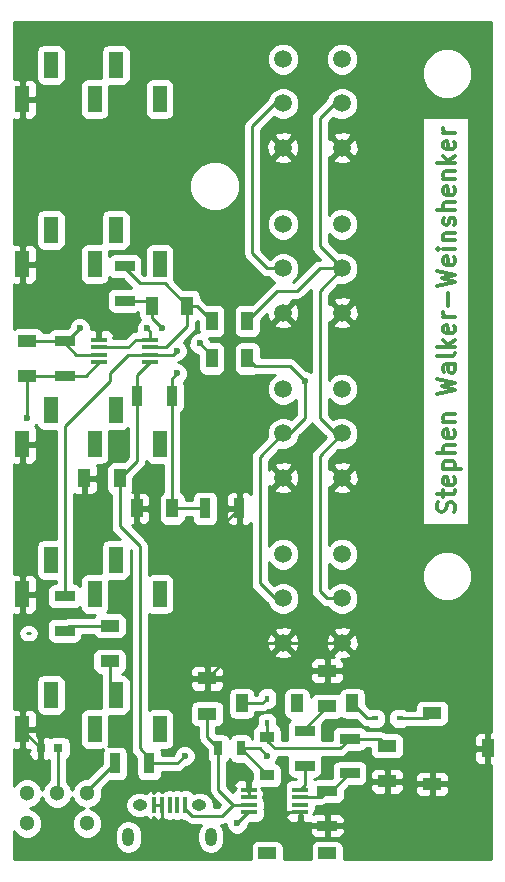
<source format=gbr>
G04 #@! TF.FileFunction,Copper,L2,Bot,Signal*
%FSLAX46Y46*%
G04 Gerber Fmt 4.6, Leading zero omitted, Abs format (unit mm)*
G04 Created by KiCad (PCBNEW 4.0.1-stable) date Tuesday, February 09, 2016 'PMt' 01:35:24 PM*
%MOMM*%
G01*
G04 APERTURE LIST*
%ADD10C,0.100000*%
%ADD11C,0.300000*%
%ADD12R,1.200000X2.200000*%
%ADD13R,1.000000X1.600000*%
%ADD14R,1.600000X1.000000*%
%ADD15R,0.590000X0.450000*%
%ADD16R,0.450000X0.590000*%
%ADD17R,0.797560X0.797560*%
%ADD18R,1.220000X0.910000*%
%ADD19R,0.700000X1.300000*%
%ADD20R,0.400000X1.350000*%
%ADD21O,1.250000X0.950000*%
%ADD22O,1.000000X1.550000*%
%ADD23R,0.900000X1.700000*%
%ADD24R,1.700000X0.900000*%
%ADD25C,1.500000*%
%ADD26C,1.300000*%
%ADD27R,1.000000X1.500000*%
%ADD28R,1.500000X1.000000*%
%ADD29R,1.371600X0.457200*%
%ADD30C,0.600000*%
%ADD31C,0.250000*%
%ADD32C,0.254000*%
G04 APERTURE END LIST*
D10*
D11*
X89507143Y-89203571D02*
X89578571Y-88989285D01*
X89578571Y-88632142D01*
X89507143Y-88489285D01*
X89435714Y-88417856D01*
X89292857Y-88346428D01*
X89150000Y-88346428D01*
X89007143Y-88417856D01*
X88935714Y-88489285D01*
X88864286Y-88632142D01*
X88792857Y-88917856D01*
X88721429Y-89060714D01*
X88650000Y-89132142D01*
X88507143Y-89203571D01*
X88364286Y-89203571D01*
X88221429Y-89132142D01*
X88150000Y-89060714D01*
X88078571Y-88917856D01*
X88078571Y-88560714D01*
X88150000Y-88346428D01*
X88578571Y-87917857D02*
X88578571Y-87346428D01*
X88078571Y-87703571D02*
X89364286Y-87703571D01*
X89507143Y-87632143D01*
X89578571Y-87489285D01*
X89578571Y-87346428D01*
X89507143Y-86275000D02*
X89578571Y-86417857D01*
X89578571Y-86703571D01*
X89507143Y-86846428D01*
X89364286Y-86917857D01*
X88792857Y-86917857D01*
X88650000Y-86846428D01*
X88578571Y-86703571D01*
X88578571Y-86417857D01*
X88650000Y-86275000D01*
X88792857Y-86203571D01*
X88935714Y-86203571D01*
X89078571Y-86917857D01*
X88578571Y-85560714D02*
X90078571Y-85560714D01*
X88650000Y-85560714D02*
X88578571Y-85417857D01*
X88578571Y-85132143D01*
X88650000Y-84989286D01*
X88721429Y-84917857D01*
X88864286Y-84846428D01*
X89292857Y-84846428D01*
X89435714Y-84917857D01*
X89507143Y-84989286D01*
X89578571Y-85132143D01*
X89578571Y-85417857D01*
X89507143Y-85560714D01*
X89578571Y-84203571D02*
X88078571Y-84203571D01*
X89578571Y-83560714D02*
X88792857Y-83560714D01*
X88650000Y-83632143D01*
X88578571Y-83775000D01*
X88578571Y-83989285D01*
X88650000Y-84132143D01*
X88721429Y-84203571D01*
X89507143Y-82275000D02*
X89578571Y-82417857D01*
X89578571Y-82703571D01*
X89507143Y-82846428D01*
X89364286Y-82917857D01*
X88792857Y-82917857D01*
X88650000Y-82846428D01*
X88578571Y-82703571D01*
X88578571Y-82417857D01*
X88650000Y-82275000D01*
X88792857Y-82203571D01*
X88935714Y-82203571D01*
X89078571Y-82917857D01*
X88578571Y-81560714D02*
X89578571Y-81560714D01*
X88721429Y-81560714D02*
X88650000Y-81489286D01*
X88578571Y-81346428D01*
X88578571Y-81132143D01*
X88650000Y-80989286D01*
X88792857Y-80917857D01*
X89578571Y-80917857D01*
X88078571Y-79203571D02*
X89578571Y-78846428D01*
X88507143Y-78560714D01*
X89578571Y-78275000D01*
X88078571Y-77917857D01*
X89578571Y-76703571D02*
X88792857Y-76703571D01*
X88650000Y-76775000D01*
X88578571Y-76917857D01*
X88578571Y-77203571D01*
X88650000Y-77346428D01*
X89507143Y-76703571D02*
X89578571Y-76846428D01*
X89578571Y-77203571D01*
X89507143Y-77346428D01*
X89364286Y-77417857D01*
X89221429Y-77417857D01*
X89078571Y-77346428D01*
X89007143Y-77203571D01*
X89007143Y-76846428D01*
X88935714Y-76703571D01*
X89578571Y-75774999D02*
X89507143Y-75917857D01*
X89364286Y-75989285D01*
X88078571Y-75989285D01*
X89578571Y-75203571D02*
X88078571Y-75203571D01*
X89007143Y-75060714D02*
X89578571Y-74632143D01*
X88578571Y-74632143D02*
X89150000Y-75203571D01*
X89507143Y-73417857D02*
X89578571Y-73560714D01*
X89578571Y-73846428D01*
X89507143Y-73989285D01*
X89364286Y-74060714D01*
X88792857Y-74060714D01*
X88650000Y-73989285D01*
X88578571Y-73846428D01*
X88578571Y-73560714D01*
X88650000Y-73417857D01*
X88792857Y-73346428D01*
X88935714Y-73346428D01*
X89078571Y-74060714D01*
X89578571Y-72703571D02*
X88578571Y-72703571D01*
X88864286Y-72703571D02*
X88721429Y-72632143D01*
X88650000Y-72560714D01*
X88578571Y-72417857D01*
X88578571Y-72275000D01*
X89007143Y-71775000D02*
X89007143Y-70632143D01*
X88078571Y-70060714D02*
X89578571Y-69703571D01*
X88507143Y-69417857D01*
X89578571Y-69132143D01*
X88078571Y-68775000D01*
X89507143Y-67632143D02*
X89578571Y-67775000D01*
X89578571Y-68060714D01*
X89507143Y-68203571D01*
X89364286Y-68275000D01*
X88792857Y-68275000D01*
X88650000Y-68203571D01*
X88578571Y-68060714D01*
X88578571Y-67775000D01*
X88650000Y-67632143D01*
X88792857Y-67560714D01*
X88935714Y-67560714D01*
X89078571Y-68275000D01*
X89578571Y-66917857D02*
X88578571Y-66917857D01*
X88078571Y-66917857D02*
X88150000Y-66989286D01*
X88221429Y-66917857D01*
X88150000Y-66846429D01*
X88078571Y-66917857D01*
X88221429Y-66917857D01*
X88578571Y-66203571D02*
X89578571Y-66203571D01*
X88721429Y-66203571D02*
X88650000Y-66132143D01*
X88578571Y-65989285D01*
X88578571Y-65775000D01*
X88650000Y-65632143D01*
X88792857Y-65560714D01*
X89578571Y-65560714D01*
X89507143Y-64917857D02*
X89578571Y-64775000D01*
X89578571Y-64489285D01*
X89507143Y-64346428D01*
X89364286Y-64275000D01*
X89292857Y-64275000D01*
X89150000Y-64346428D01*
X89078571Y-64489285D01*
X89078571Y-64703571D01*
X89007143Y-64846428D01*
X88864286Y-64917857D01*
X88792857Y-64917857D01*
X88650000Y-64846428D01*
X88578571Y-64703571D01*
X88578571Y-64489285D01*
X88650000Y-64346428D01*
X89578571Y-63632142D02*
X88078571Y-63632142D01*
X89578571Y-62989285D02*
X88792857Y-62989285D01*
X88650000Y-63060714D01*
X88578571Y-63203571D01*
X88578571Y-63417856D01*
X88650000Y-63560714D01*
X88721429Y-63632142D01*
X89507143Y-61703571D02*
X89578571Y-61846428D01*
X89578571Y-62132142D01*
X89507143Y-62274999D01*
X89364286Y-62346428D01*
X88792857Y-62346428D01*
X88650000Y-62274999D01*
X88578571Y-62132142D01*
X88578571Y-61846428D01*
X88650000Y-61703571D01*
X88792857Y-61632142D01*
X88935714Y-61632142D01*
X89078571Y-62346428D01*
X88578571Y-60989285D02*
X89578571Y-60989285D01*
X88721429Y-60989285D02*
X88650000Y-60917857D01*
X88578571Y-60774999D01*
X88578571Y-60560714D01*
X88650000Y-60417857D01*
X88792857Y-60346428D01*
X89578571Y-60346428D01*
X89578571Y-59632142D02*
X88078571Y-59632142D01*
X89007143Y-59489285D02*
X89578571Y-59060714D01*
X88578571Y-59060714D02*
X89150000Y-59632142D01*
X89507143Y-57846428D02*
X89578571Y-57989285D01*
X89578571Y-58274999D01*
X89507143Y-58417856D01*
X89364286Y-58489285D01*
X88792857Y-58489285D01*
X88650000Y-58417856D01*
X88578571Y-58274999D01*
X88578571Y-57989285D01*
X88650000Y-57846428D01*
X88792857Y-57774999D01*
X88935714Y-57774999D01*
X89078571Y-58489285D01*
X89578571Y-57132142D02*
X88578571Y-57132142D01*
X88864286Y-57132142D02*
X88721429Y-57060714D01*
X88650000Y-56989285D01*
X88578571Y-56846428D01*
X88578571Y-56703571D01*
D12*
X52955000Y-107580000D03*
X55355000Y-104680000D03*
X60855000Y-104680000D03*
X64555000Y-107580000D03*
X59055000Y-107580000D03*
X52955000Y-83450000D03*
X55355000Y-80550000D03*
X60855000Y-80550000D03*
X64555000Y-83450000D03*
X59055000Y-83450000D03*
D13*
X68985000Y-73025000D03*
X71985000Y-73025000D03*
X68985000Y-76200000D03*
X71985000Y-76200000D03*
X61190000Y-86360000D03*
X58190000Y-86360000D03*
X63905000Y-71755000D03*
X66905000Y-71755000D03*
D14*
X53340000Y-77700000D03*
X53340000Y-74700000D03*
D13*
X65635000Y-88900000D03*
X62635000Y-88900000D03*
D14*
X60325000Y-98830000D03*
X60325000Y-101830000D03*
X68580000Y-106275000D03*
X68580000Y-103275000D03*
X83820000Y-111990000D03*
X83820000Y-108990000D03*
X78740000Y-105640000D03*
X78740000Y-102640000D03*
X87630000Y-112220000D03*
D13*
X92330000Y-109220000D03*
D14*
X87630000Y-106220000D03*
D15*
X82765000Y-106680000D03*
X84875000Y-106680000D03*
D16*
X73660000Y-104990000D03*
X73660000Y-107100000D03*
D17*
X55994300Y-109220000D03*
X54495700Y-109220000D03*
D18*
X73660000Y-108220000D03*
X73660000Y-111490000D03*
D12*
X52955000Y-54240000D03*
X55355000Y-51340000D03*
X60855000Y-51340000D03*
X64555000Y-54240000D03*
X59055000Y-54240000D03*
X52955000Y-68210000D03*
X55355000Y-65310000D03*
X60855000Y-65310000D03*
X64555000Y-68210000D03*
X59055000Y-68210000D03*
X52955000Y-96150000D03*
X55355000Y-93250000D03*
X60855000Y-93250000D03*
X64555000Y-96150000D03*
X59055000Y-96150000D03*
D19*
X71435000Y-109220000D03*
X69535000Y-109220000D03*
D20*
X66705900Y-114007460D03*
X66055900Y-114007460D03*
X65405900Y-114007460D03*
X64755900Y-114007460D03*
X64105900Y-114007460D03*
D21*
X67905900Y-114007460D03*
X62905900Y-114007460D03*
D22*
X68905900Y-116707460D03*
X61905900Y-116707460D03*
D23*
X60780000Y-110490000D03*
X63680000Y-110490000D03*
D24*
X61595000Y-68400000D03*
X61595000Y-71300000D03*
D23*
X62685000Y-79375000D03*
X65585000Y-79375000D03*
D24*
X56515000Y-74750000D03*
X56515000Y-77650000D03*
D23*
X68400000Y-88900000D03*
X71300000Y-88900000D03*
D24*
X56515000Y-96340000D03*
X56515000Y-99240000D03*
X76835000Y-110670000D03*
X76835000Y-107770000D03*
X78740000Y-112850000D03*
X78740000Y-115750000D03*
X80645000Y-108405000D03*
X80645000Y-111305000D03*
D25*
X80010000Y-54610000D03*
X80010000Y-50860000D03*
X80010000Y-58360000D03*
X75010000Y-50860000D03*
X75010000Y-54610000D03*
X75010000Y-58360000D03*
X80010000Y-68580000D03*
X80010000Y-64830000D03*
X80010000Y-72330000D03*
X75010000Y-64830000D03*
X75010000Y-68580000D03*
X75010000Y-72330000D03*
X80010000Y-82550000D03*
X80010000Y-78800000D03*
X80010000Y-86300000D03*
X75010000Y-78800000D03*
X75010000Y-82550000D03*
X75010000Y-86300000D03*
X80010000Y-96520000D03*
X80010000Y-92770000D03*
X80010000Y-100270000D03*
X75010000Y-92770000D03*
X75010000Y-96520000D03*
X75010000Y-100270000D03*
D26*
X58420000Y-113030000D03*
X55880000Y-113030000D03*
X53340000Y-113030000D03*
X53340000Y-115570000D03*
X58420000Y-115570000D03*
D27*
X80890000Y-105410000D03*
X76200000Y-105410000D03*
X71510000Y-105410000D03*
D28*
X78740000Y-118110000D03*
X73660000Y-118110000D03*
D29*
X59413140Y-76530200D03*
X59413140Y-75895200D03*
X59413140Y-75234800D03*
X59413140Y-74599800D03*
X63776860Y-74599800D03*
X63776860Y-75234800D03*
X63776860Y-75895200D03*
X63776860Y-76530200D03*
X76476860Y-112699800D03*
X76476860Y-113334800D03*
X76476860Y-113995200D03*
X76476860Y-114630200D03*
X72113140Y-114630200D03*
X72113140Y-113995200D03*
X72113140Y-113334800D03*
X72113140Y-112699800D03*
D30*
X57785000Y-73660000D03*
X67945000Y-74930000D03*
X76835000Y-78105000D03*
X66675000Y-109855000D03*
X74295000Y-114935000D03*
X58420000Y-88900000D03*
X71120000Y-111125000D03*
X81280000Y-116205000D03*
X64770000Y-73660000D03*
X66040000Y-75565000D03*
X53340000Y-81280000D03*
X63500000Y-73660000D03*
X66040000Y-77470000D03*
X71120000Y-115570000D03*
X73660000Y-109855000D03*
D31*
X53340000Y-99465000D02*
X53570000Y-99465000D01*
X65100200Y-75234800D02*
X63776860Y-75234800D01*
X66905000Y-73430000D02*
X65100200Y-75234800D01*
X66905000Y-71755000D02*
X66905000Y-73430000D01*
X66905000Y-71755000D02*
X67715000Y-71755000D01*
X67715000Y-71755000D02*
X68985000Y-73025000D01*
X61595000Y-68400000D02*
X61595000Y-68580000D01*
X61595000Y-68580000D02*
X62865000Y-69850000D01*
X62865000Y-69850000D02*
X65000000Y-69850000D01*
X65000000Y-69850000D02*
X66905000Y-71755000D01*
X80010000Y-96520000D02*
X78740000Y-96520000D01*
X78105000Y-84455000D02*
X80010000Y-82550000D01*
X78105000Y-95885000D02*
X78105000Y-84455000D01*
X78740000Y-96520000D02*
X78105000Y-95885000D01*
X78105000Y-70485000D02*
X80010000Y-68580000D01*
X78105000Y-81280000D02*
X78105000Y-70485000D01*
X79375000Y-82550000D02*
X78105000Y-81280000D01*
X80010000Y-82550000D02*
X79375000Y-82550000D01*
X80010000Y-54610000D02*
X79375000Y-54610000D01*
X79375000Y-54610000D02*
X78105000Y-55880000D01*
X78105000Y-55880000D02*
X78105000Y-66675000D01*
X78105000Y-66675000D02*
X80010000Y-68580000D01*
X80010000Y-68580000D02*
X78105000Y-68580000D01*
X74525000Y-70485000D02*
X71985000Y-73025000D01*
X76200000Y-70485000D02*
X74525000Y-70485000D01*
X78105000Y-68580000D02*
X76200000Y-70485000D01*
X68985000Y-76200000D02*
X68985000Y-75970000D01*
X68985000Y-75970000D02*
X67945000Y-74930000D01*
X57785000Y-73660000D02*
X56695000Y-74750000D01*
X56695000Y-74750000D02*
X56515000Y-74750000D01*
X68985000Y-76200000D02*
X68580000Y-76200000D01*
X56515000Y-74750000D02*
X56515000Y-74930000D01*
X56515000Y-74930000D02*
X57480200Y-75895200D01*
X57480200Y-75895200D02*
X59413140Y-75895200D01*
X53340000Y-74700000D02*
X56465000Y-74700000D01*
X56465000Y-74700000D02*
X56515000Y-74750000D01*
X75010000Y-96520000D02*
X74295000Y-96520000D01*
X74295000Y-96520000D02*
X73025000Y-95250000D01*
X73025000Y-95250000D02*
X73025000Y-84535000D01*
X73025000Y-84535000D02*
X75010000Y-82550000D01*
X76835000Y-78105000D02*
X75565000Y-76835000D01*
X72620000Y-76835000D02*
X71985000Y-76200000D01*
X75565000Y-76835000D02*
X72620000Y-76835000D01*
X76835000Y-81280000D02*
X75565000Y-82550000D01*
X76835000Y-78105000D02*
X76835000Y-81280000D01*
X75565000Y-82550000D02*
X75010000Y-82550000D01*
X75010000Y-54610000D02*
X74295000Y-54610000D01*
X74295000Y-54610000D02*
X72390000Y-56515000D01*
X72390000Y-56515000D02*
X72390000Y-67310000D01*
X72390000Y-67310000D02*
X73660000Y-68580000D01*
X73660000Y-68580000D02*
X75010000Y-68580000D01*
X62685000Y-79375000D02*
X62685000Y-77622060D01*
X62685000Y-77622060D02*
X63776860Y-76530200D01*
X62685000Y-79375000D02*
X62685000Y-84865000D01*
X62685000Y-84865000D02*
X61190000Y-86360000D01*
X63680000Y-110490000D02*
X63680000Y-110035000D01*
X63680000Y-110035000D02*
X62865000Y-109220000D01*
X61190000Y-90400000D02*
X61190000Y-86360000D01*
X62865000Y-92075000D02*
X61190000Y-90400000D01*
X62865000Y-109220000D02*
X62865000Y-92075000D01*
X63680000Y-110490000D02*
X66040000Y-110490000D01*
X66040000Y-110490000D02*
X66675000Y-109855000D01*
X76476860Y-114630200D02*
X74599800Y-114630200D01*
X74599800Y-114630200D02*
X74295000Y-114935000D01*
X76476860Y-114630200D02*
X76476860Y-115293140D01*
X76476860Y-115293140D02*
X76200000Y-115570000D01*
X58190000Y-86360000D02*
X58190000Y-88670000D01*
X58190000Y-88670000D02*
X58420000Y-88900000D01*
X71120000Y-111125000D02*
X71755000Y-111125000D01*
X72113140Y-111483140D02*
X71755000Y-111125000D01*
X72113140Y-111483140D02*
X72113140Y-113334800D01*
X78740000Y-115750000D02*
X80825000Y-115750000D01*
X80825000Y-115750000D02*
X81280000Y-116205000D01*
X64755900Y-114007460D02*
X64755900Y-115555900D01*
X64755900Y-115555900D02*
X64770000Y-115570000D01*
X64105900Y-114007460D02*
X64755900Y-114007460D01*
X72113140Y-113334800D02*
X72113140Y-112699800D01*
X52955000Y-83450000D02*
X52955000Y-96150000D01*
X87400000Y-111990000D02*
X87630000Y-112220000D01*
X52955000Y-107580000D02*
X52955000Y-107679300D01*
X52955000Y-107679300D02*
X54495700Y-109220000D01*
X75010000Y-100270000D02*
X71585000Y-100270000D01*
X71585000Y-100270000D02*
X68580000Y-103275000D01*
X75010000Y-100270000D02*
X80010000Y-100270000D01*
X80010000Y-100270000D02*
X78740000Y-101540000D01*
X78740000Y-101540000D02*
X78740000Y-102640000D01*
X62635000Y-88900000D02*
X62635000Y-89940000D01*
X69395000Y-90805000D02*
X71300000Y-88900000D01*
X63500000Y-90805000D02*
X69395000Y-90805000D01*
X62635000Y-89940000D02*
X63500000Y-90805000D01*
X52955000Y-68210000D02*
X54240000Y-68210000D01*
X59413140Y-73383140D02*
X59413140Y-74599800D01*
X54240000Y-68210000D02*
X59413140Y-73383140D01*
X52955000Y-54240000D02*
X52955000Y-68210000D01*
X63776860Y-75895200D02*
X65709800Y-75895200D01*
X63905000Y-72795000D02*
X63905000Y-71755000D01*
X64770000Y-73660000D02*
X63905000Y-72795000D01*
X65709800Y-75895200D02*
X66040000Y-75565000D01*
X61595000Y-71300000D02*
X63450000Y-71300000D01*
X63450000Y-71300000D02*
X63905000Y-71755000D01*
X63776860Y-75895200D02*
X61899800Y-75895200D01*
X56515000Y-91440000D02*
X56515000Y-96340000D01*
X56515000Y-81915000D02*
X56515000Y-91440000D01*
X60325000Y-78105000D02*
X56515000Y-81915000D01*
X60325000Y-77470000D02*
X60325000Y-78105000D01*
X61899800Y-75895200D02*
X60325000Y-77470000D01*
X53340000Y-81280000D02*
X53340000Y-77700000D01*
X56515000Y-77650000D02*
X58293340Y-77650000D01*
X58293340Y-77650000D02*
X59413140Y-76530200D01*
X53340000Y-77700000D02*
X56465000Y-77700000D01*
X56465000Y-77700000D02*
X56515000Y-77650000D01*
X65585000Y-79375000D02*
X65585000Y-77925000D01*
X63776860Y-73936860D02*
X63776860Y-74599800D01*
X63500000Y-73660000D02*
X63776860Y-73936860D01*
X65585000Y-77925000D02*
X66040000Y-77470000D01*
X59413140Y-75234800D02*
X61925200Y-75234800D01*
X61925200Y-75234800D02*
X62560200Y-74599800D01*
X62560200Y-74599800D02*
X63776860Y-74599800D01*
X65635000Y-88900000D02*
X65635000Y-79425000D01*
X65635000Y-79425000D02*
X65585000Y-79375000D01*
X68400000Y-88900000D02*
X65635000Y-88900000D01*
X60325000Y-98830000D02*
X56925000Y-98830000D01*
X56925000Y-98830000D02*
X56515000Y-99240000D01*
X60325000Y-101830000D02*
X60325000Y-104150000D01*
X60325000Y-104150000D02*
X60855000Y-104680000D01*
X68580000Y-106275000D02*
X68580000Y-108265000D01*
X68580000Y-108265000D02*
X69535000Y-109220000D01*
X68580000Y-106275000D02*
X68580000Y-106045000D01*
X69535000Y-109220000D02*
X69535000Y-112740400D01*
X69535000Y-112740400D02*
X70789800Y-113995200D01*
X66705900Y-114007460D02*
X66705900Y-114330900D01*
X66705900Y-114330900D02*
X67310000Y-114935000D01*
X70789800Y-113995200D02*
X72113140Y-113995200D01*
X69850000Y-114935000D02*
X70789800Y-113995200D01*
X67310000Y-114935000D02*
X69850000Y-114935000D01*
X73660000Y-107100000D02*
X73660000Y-108220000D01*
X80645000Y-108405000D02*
X83235000Y-108405000D01*
X83235000Y-108405000D02*
X83820000Y-108990000D01*
X73660000Y-108220000D02*
X73660000Y-108585000D01*
X73660000Y-108585000D02*
X74295000Y-109220000D01*
X79830000Y-109220000D02*
X80645000Y-108405000D01*
X74295000Y-109220000D02*
X79830000Y-109220000D01*
X76835000Y-107770000D02*
X76835000Y-107545000D01*
X76835000Y-107545000D02*
X78740000Y-105640000D01*
X84875000Y-106680000D02*
X87170000Y-106680000D01*
X87170000Y-106680000D02*
X87630000Y-106220000D01*
X82765000Y-106680000D02*
X82160000Y-106680000D01*
X82160000Y-106680000D02*
X80890000Y-105410000D01*
X71510000Y-105410000D02*
X73240000Y-105410000D01*
X73240000Y-105410000D02*
X73660000Y-104990000D01*
X55994300Y-109220000D02*
X55994300Y-112915700D01*
X55994300Y-112915700D02*
X55880000Y-113030000D01*
X72113140Y-114630200D02*
X72059800Y-114630200D01*
X72059800Y-114630200D02*
X71120000Y-115570000D01*
X73660000Y-109855000D02*
X73025000Y-109220000D01*
X73025000Y-109220000D02*
X71435000Y-109220000D01*
X73660000Y-111490000D02*
X73660000Y-111445000D01*
X73660000Y-111445000D02*
X71435000Y-109220000D01*
X58420000Y-113030000D02*
X58420000Y-112850000D01*
X58420000Y-112850000D02*
X60780000Y-110490000D01*
X76835000Y-110670000D02*
X76835000Y-112341660D01*
X76835000Y-112341660D02*
X76476860Y-112699800D01*
X78740000Y-112850000D02*
X79100000Y-112850000D01*
X79100000Y-112850000D02*
X80645000Y-111305000D01*
X76476860Y-113334800D02*
X78255200Y-113334800D01*
X78255200Y-113334800D02*
X78740000Y-112850000D01*
D32*
G36*
X92583000Y-107817750D02*
X92457000Y-107943750D01*
X92457000Y-109093000D01*
X92477000Y-109093000D01*
X92477000Y-109347000D01*
X92457000Y-109347000D01*
X92457000Y-110496250D01*
X92583000Y-110622250D01*
X92583000Y-118618000D01*
X80135820Y-118618000D01*
X80137440Y-118610000D01*
X80137440Y-117610000D01*
X80093162Y-117374683D01*
X79954090Y-117158559D01*
X79741890Y-117013569D01*
X79490000Y-116962560D01*
X77990000Y-116962560D01*
X77754683Y-117006838D01*
X77538559Y-117145910D01*
X77393569Y-117358110D01*
X77342560Y-117610000D01*
X77342560Y-118610000D01*
X77344065Y-118618000D01*
X75055820Y-118618000D01*
X75057440Y-118610000D01*
X75057440Y-117610000D01*
X75013162Y-117374683D01*
X74874090Y-117158559D01*
X74661890Y-117013569D01*
X74410000Y-116962560D01*
X72910000Y-116962560D01*
X72674683Y-117006838D01*
X72458559Y-117145910D01*
X72313569Y-117358110D01*
X72262560Y-117610000D01*
X72262560Y-118610000D01*
X72264065Y-118618000D01*
X52197000Y-118618000D01*
X52197000Y-116168686D01*
X52249995Y-116296943D01*
X52611155Y-116658735D01*
X53083276Y-116854777D01*
X53594481Y-116855223D01*
X54066943Y-116660005D01*
X54428735Y-116298845D01*
X54624777Y-115826724D01*
X54625223Y-115315519D01*
X54430005Y-114843057D01*
X54068845Y-114481265D01*
X53631818Y-114299795D01*
X54066943Y-114120005D01*
X54428735Y-113758845D01*
X54610205Y-113321818D01*
X54789995Y-113756943D01*
X55151155Y-114118735D01*
X55623276Y-114314777D01*
X56134481Y-114315223D01*
X56606943Y-114120005D01*
X56968735Y-113758845D01*
X57150205Y-113321818D01*
X57329995Y-113756943D01*
X57691155Y-114118735D01*
X58128182Y-114300205D01*
X57693057Y-114479995D01*
X57331265Y-114841155D01*
X57135223Y-115313276D01*
X57134777Y-115824481D01*
X57329995Y-116296943D01*
X57691155Y-116658735D01*
X58163276Y-116854777D01*
X58674481Y-116855223D01*
X59146943Y-116660005D01*
X59402558Y-116404836D01*
X60770900Y-116404836D01*
X60770900Y-117010084D01*
X60857297Y-117444430D01*
X61103334Y-117812650D01*
X61471554Y-118058687D01*
X61905900Y-118145084D01*
X62340246Y-118058687D01*
X62708466Y-117812650D01*
X62954503Y-117444430D01*
X63040900Y-117010084D01*
X63040900Y-116404836D01*
X62954503Y-115970490D01*
X62708466Y-115602270D01*
X62340246Y-115356233D01*
X61905900Y-115269836D01*
X61471554Y-115356233D01*
X61103334Y-115602270D01*
X60857297Y-115970490D01*
X60770900Y-116404836D01*
X59402558Y-116404836D01*
X59508735Y-116298845D01*
X59704777Y-115826724D01*
X59705223Y-115315519D01*
X59510005Y-114843057D01*
X59148845Y-114481265D01*
X58711818Y-114299795D01*
X59146943Y-114120005D01*
X59259684Y-114007460D01*
X61621215Y-114007460D01*
X61705709Y-114432239D01*
X61946326Y-114792349D01*
X62306436Y-115032966D01*
X62731215Y-115117460D01*
X63080585Y-115117460D01*
X63382767Y-115057352D01*
X63546201Y-115220787D01*
X63779590Y-115317460D01*
X63847150Y-115317460D01*
X64005900Y-115158710D01*
X64005900Y-115013977D01*
X64017573Y-115042158D01*
X64196201Y-115220787D01*
X64318730Y-115271540D01*
X64364650Y-115317460D01*
X64497150Y-115317460D01*
X64543070Y-115271540D01*
X64665599Y-115220787D01*
X64748152Y-115138234D01*
X64954010Y-115278891D01*
X64981685Y-115284495D01*
X65014650Y-115317460D01*
X65082210Y-115317460D01*
X65102653Y-115308992D01*
X65205900Y-115329900D01*
X65605900Y-115329900D01*
X65735489Y-115305516D01*
X65855900Y-115329900D01*
X66255900Y-115329900D01*
X66385489Y-115305516D01*
X66505900Y-115329900D01*
X66630098Y-115329900D01*
X66772599Y-115472401D01*
X67019160Y-115637148D01*
X67067414Y-115646746D01*
X67310000Y-115695000D01*
X68041374Y-115695000D01*
X67857297Y-115970490D01*
X67770900Y-116404836D01*
X67770900Y-117010084D01*
X67857297Y-117444430D01*
X68103334Y-117812650D01*
X68471554Y-118058687D01*
X68905900Y-118145084D01*
X69340246Y-118058687D01*
X69708466Y-117812650D01*
X69954503Y-117444430D01*
X70040900Y-117010084D01*
X70040900Y-116404836D01*
X69954503Y-115970490D01*
X69770426Y-115695000D01*
X69850000Y-115695000D01*
X70140839Y-115637148D01*
X70184966Y-115607663D01*
X70184838Y-115755167D01*
X70326883Y-116098943D01*
X70589673Y-116362192D01*
X70933201Y-116504838D01*
X71305167Y-116505162D01*
X71648943Y-116363117D01*
X71912192Y-116100327D01*
X71939006Y-116035750D01*
X77255000Y-116035750D01*
X77255000Y-116326309D01*
X77351673Y-116559698D01*
X77530301Y-116738327D01*
X77763690Y-116835000D01*
X78454250Y-116835000D01*
X78613000Y-116676250D01*
X78613000Y-115877000D01*
X78867000Y-115877000D01*
X78867000Y-116676250D01*
X79025750Y-116835000D01*
X79716310Y-116835000D01*
X79949699Y-116738327D01*
X80128327Y-116559698D01*
X80225000Y-116326309D01*
X80225000Y-116035750D01*
X80066250Y-115877000D01*
X78867000Y-115877000D01*
X78613000Y-115877000D01*
X77413750Y-115877000D01*
X77255000Y-116035750D01*
X71939006Y-116035750D01*
X72054838Y-115756799D01*
X72054879Y-115709923D01*
X72258562Y-115506240D01*
X72798940Y-115506240D01*
X73034257Y-115461962D01*
X73250381Y-115322890D01*
X73395371Y-115110690D01*
X73446380Y-114858800D01*
X73446380Y-114401600D01*
X73429038Y-114309436D01*
X73446380Y-114223800D01*
X73446380Y-113766600D01*
X73432546Y-113693076D01*
X73433940Y-113689710D01*
X73433940Y-113607850D01*
X73412469Y-113586379D01*
X73402102Y-113531283D01*
X73281501Y-113343864D01*
X73337267Y-113288099D01*
X73428962Y-113066728D01*
X73433940Y-113061750D01*
X73433940Y-112972850D01*
X73428962Y-112967872D01*
X73337267Y-112746501D01*
X73183205Y-112592440D01*
X74270000Y-112592440D01*
X74505317Y-112548162D01*
X74721441Y-112409090D01*
X74866431Y-112196890D01*
X74917440Y-111945000D01*
X74917440Y-111035000D01*
X74873162Y-110799683D01*
X74734090Y-110583559D01*
X74521890Y-110438569D01*
X74419606Y-110417856D01*
X74452192Y-110385327D01*
X74594838Y-110041799D01*
X74594892Y-109980000D01*
X75386161Y-109980000D01*
X75337560Y-110220000D01*
X75337560Y-111120000D01*
X75381838Y-111355317D01*
X75520910Y-111571441D01*
X75733110Y-111716431D01*
X75985000Y-111767440D01*
X76075000Y-111767440D01*
X76075000Y-111823760D01*
X75791060Y-111823760D01*
X75555743Y-111868038D01*
X75339619Y-112007110D01*
X75194629Y-112219310D01*
X75143620Y-112471200D01*
X75143620Y-112928400D01*
X75160962Y-113020564D01*
X75143620Y-113106200D01*
X75143620Y-113563400D01*
X75163439Y-113668730D01*
X75143620Y-113766600D01*
X75143620Y-114223800D01*
X75156060Y-114289913D01*
X75156060Y-114357150D01*
X75171644Y-114372734D01*
X75187898Y-114459117D01*
X75326970Y-114675241D01*
X75428334Y-114744500D01*
X75314810Y-114744500D01*
X75156060Y-114903250D01*
X75156060Y-114985110D01*
X75252733Y-115218499D01*
X75431362Y-115397127D01*
X75664751Y-115493800D01*
X76191110Y-115493800D01*
X76349860Y-115335050D01*
X76349860Y-114871240D01*
X76603860Y-114871240D01*
X76603860Y-115335050D01*
X76762610Y-115493800D01*
X77284550Y-115493800D01*
X77413750Y-115623000D01*
X78613000Y-115623000D01*
X78613000Y-114823750D01*
X78867000Y-114823750D01*
X78867000Y-115623000D01*
X80066250Y-115623000D01*
X80225000Y-115464250D01*
X80225000Y-115173691D01*
X80128327Y-114940302D01*
X79949699Y-114761673D01*
X79716310Y-114665000D01*
X79025750Y-114665000D01*
X78867000Y-114823750D01*
X78613000Y-114823750D01*
X78454250Y-114665000D01*
X77763690Y-114665000D01*
X77571760Y-114744500D01*
X77526127Y-114744500D01*
X77614101Y-114687890D01*
X77759091Y-114475690D01*
X77779398Y-114375412D01*
X77797660Y-114357150D01*
X77797660Y-114285231D01*
X77810100Y-114223800D01*
X77810100Y-114094800D01*
X78255200Y-114094800D01*
X78546039Y-114036948D01*
X78679998Y-113947440D01*
X79590000Y-113947440D01*
X79825317Y-113903162D01*
X80041441Y-113764090D01*
X80186431Y-113551890D01*
X80237440Y-113300000D01*
X80237440Y-112787362D01*
X80622362Y-112402440D01*
X81495000Y-112402440D01*
X81730317Y-112358162D01*
X81858388Y-112275750D01*
X82385000Y-112275750D01*
X82385000Y-112616309D01*
X82481673Y-112849698D01*
X82660301Y-113028327D01*
X82893690Y-113125000D01*
X83534250Y-113125000D01*
X83693000Y-112966250D01*
X83693000Y-112117000D01*
X83947000Y-112117000D01*
X83947000Y-112966250D01*
X84105750Y-113125000D01*
X84746310Y-113125000D01*
X84979699Y-113028327D01*
X85158327Y-112849698D01*
X85255000Y-112616309D01*
X85255000Y-112505750D01*
X86195000Y-112505750D01*
X86195000Y-112846310D01*
X86291673Y-113079699D01*
X86470302Y-113258327D01*
X86703691Y-113355000D01*
X87344250Y-113355000D01*
X87503000Y-113196250D01*
X87503000Y-112347000D01*
X87757000Y-112347000D01*
X87757000Y-113196250D01*
X87915750Y-113355000D01*
X88556309Y-113355000D01*
X88789698Y-113258327D01*
X88968327Y-113079699D01*
X89065000Y-112846310D01*
X89065000Y-112505750D01*
X88906250Y-112347000D01*
X87757000Y-112347000D01*
X87503000Y-112347000D01*
X86353750Y-112347000D01*
X86195000Y-112505750D01*
X85255000Y-112505750D01*
X85255000Y-112275750D01*
X85096250Y-112117000D01*
X83947000Y-112117000D01*
X83693000Y-112117000D01*
X82543750Y-112117000D01*
X82385000Y-112275750D01*
X81858388Y-112275750D01*
X81946441Y-112219090D01*
X82091431Y-112006890D01*
X82142440Y-111755000D01*
X82142440Y-111363691D01*
X82385000Y-111363691D01*
X82385000Y-111704250D01*
X82543750Y-111863000D01*
X83693000Y-111863000D01*
X83693000Y-111013750D01*
X83947000Y-111013750D01*
X83947000Y-111863000D01*
X85096250Y-111863000D01*
X85255000Y-111704250D01*
X85255000Y-111593690D01*
X86195000Y-111593690D01*
X86195000Y-111934250D01*
X86353750Y-112093000D01*
X87503000Y-112093000D01*
X87503000Y-111243750D01*
X87757000Y-111243750D01*
X87757000Y-112093000D01*
X88906250Y-112093000D01*
X89065000Y-111934250D01*
X89065000Y-111593690D01*
X88968327Y-111360301D01*
X88789698Y-111181673D01*
X88556309Y-111085000D01*
X87915750Y-111085000D01*
X87757000Y-111243750D01*
X87503000Y-111243750D01*
X87344250Y-111085000D01*
X86703691Y-111085000D01*
X86470302Y-111181673D01*
X86291673Y-111360301D01*
X86195000Y-111593690D01*
X85255000Y-111593690D01*
X85255000Y-111363691D01*
X85158327Y-111130302D01*
X84979699Y-110951673D01*
X84746310Y-110855000D01*
X84105750Y-110855000D01*
X83947000Y-111013750D01*
X83693000Y-111013750D01*
X83534250Y-110855000D01*
X82893690Y-110855000D01*
X82660301Y-110951673D01*
X82481673Y-111130302D01*
X82385000Y-111363691D01*
X82142440Y-111363691D01*
X82142440Y-110855000D01*
X82098162Y-110619683D01*
X81959090Y-110403559D01*
X81746890Y-110258569D01*
X81495000Y-110207560D01*
X79795000Y-110207560D01*
X79559683Y-110251838D01*
X79343559Y-110390910D01*
X79198569Y-110603110D01*
X79147560Y-110855000D01*
X79147560Y-111727638D01*
X79122638Y-111752560D01*
X77890000Y-111752560D01*
X77654683Y-111796838D01*
X77595000Y-111835243D01*
X77595000Y-111767440D01*
X77685000Y-111767440D01*
X77920317Y-111723162D01*
X78136441Y-111584090D01*
X78281431Y-111371890D01*
X78332440Y-111120000D01*
X78332440Y-110220000D01*
X78288162Y-109984683D01*
X78285149Y-109980000D01*
X79830000Y-109980000D01*
X80120839Y-109922148D01*
X80367401Y-109757401D01*
X80622362Y-109502440D01*
X81495000Y-109502440D01*
X81730317Y-109458162D01*
X81946441Y-109319090D01*
X82051726Y-109165000D01*
X82372560Y-109165000D01*
X82372560Y-109490000D01*
X82416838Y-109725317D01*
X82555910Y-109941441D01*
X82768110Y-110086431D01*
X83020000Y-110137440D01*
X84620000Y-110137440D01*
X84855317Y-110093162D01*
X85071441Y-109954090D01*
X85216431Y-109741890D01*
X85264250Y-109505750D01*
X91195000Y-109505750D01*
X91195000Y-110146309D01*
X91291673Y-110379698D01*
X91470301Y-110558327D01*
X91703690Y-110655000D01*
X92044250Y-110655000D01*
X92203000Y-110496250D01*
X92203000Y-109347000D01*
X91353750Y-109347000D01*
X91195000Y-109505750D01*
X85264250Y-109505750D01*
X85267440Y-109490000D01*
X85267440Y-108490000D01*
X85230502Y-108293691D01*
X91195000Y-108293691D01*
X91195000Y-108934250D01*
X91353750Y-109093000D01*
X92203000Y-109093000D01*
X92203000Y-107943750D01*
X92044250Y-107785000D01*
X91703690Y-107785000D01*
X91470301Y-107881673D01*
X91291673Y-108060302D01*
X91195000Y-108293691D01*
X85230502Y-108293691D01*
X85223162Y-108254683D01*
X85084090Y-108038559D01*
X84871890Y-107893569D01*
X84620000Y-107842560D01*
X83734927Y-107842560D01*
X83525839Y-107702852D01*
X83235000Y-107645000D01*
X82050105Y-107645000D01*
X81959090Y-107503559D01*
X81746890Y-107358569D01*
X81495000Y-107307560D01*
X79795000Y-107307560D01*
X79559683Y-107351838D01*
X79343559Y-107490910D01*
X79198569Y-107703110D01*
X79147560Y-107955000D01*
X79147560Y-108460000D01*
X78283839Y-108460000D01*
X78332440Y-108220000D01*
X78332440Y-107320000D01*
X78301141Y-107153661D01*
X78667362Y-106787440D01*
X79540000Y-106787440D01*
X79775317Y-106743162D01*
X79952152Y-106629372D01*
X80138110Y-106756431D01*
X80390000Y-106807440D01*
X81212638Y-106807440D01*
X81622599Y-107217401D01*
X81869160Y-107382148D01*
X82115144Y-107431078D01*
X82218110Y-107501431D01*
X82470000Y-107552440D01*
X83060000Y-107552440D01*
X83295317Y-107508162D01*
X83511441Y-107369090D01*
X83656431Y-107156890D01*
X83707440Y-106905000D01*
X83707440Y-106455000D01*
X83932560Y-106455000D01*
X83932560Y-106905000D01*
X83976838Y-107140317D01*
X84115910Y-107356441D01*
X84328110Y-107501431D01*
X84580000Y-107552440D01*
X85170000Y-107552440D01*
X85405317Y-107508162D01*
X85511244Y-107440000D01*
X87170000Y-107440000D01*
X87460839Y-107382148D01*
X87482851Y-107367440D01*
X88430000Y-107367440D01*
X88665317Y-107323162D01*
X88881441Y-107184090D01*
X89026431Y-106971890D01*
X89077440Y-106720000D01*
X89077440Y-105720000D01*
X89033162Y-105484683D01*
X88894090Y-105268559D01*
X88681890Y-105123569D01*
X88430000Y-105072560D01*
X86830000Y-105072560D01*
X86594683Y-105116838D01*
X86378559Y-105255910D01*
X86233569Y-105468110D01*
X86182560Y-105720000D01*
X86182560Y-105920000D01*
X85511797Y-105920000D01*
X85421890Y-105858569D01*
X85170000Y-105807560D01*
X84580000Y-105807560D01*
X84344683Y-105851838D01*
X84128559Y-105990910D01*
X83983569Y-106203110D01*
X83932560Y-106455000D01*
X83707440Y-106455000D01*
X83663162Y-106219683D01*
X83524090Y-106003559D01*
X83311890Y-105858569D01*
X83060000Y-105807560D01*
X82470000Y-105807560D01*
X82379408Y-105824606D01*
X82037440Y-105482638D01*
X82037440Y-104660000D01*
X81993162Y-104424683D01*
X81854090Y-104208559D01*
X81641890Y-104063569D01*
X81390000Y-104012560D01*
X80390000Y-104012560D01*
X80154683Y-104056838D01*
X79938559Y-104195910D01*
X79793569Y-104408110D01*
X79767152Y-104538559D01*
X79540000Y-104492560D01*
X77940000Y-104492560D01*
X77704683Y-104536838D01*
X77488559Y-104675910D01*
X77347440Y-104882445D01*
X77347440Y-104660000D01*
X77303162Y-104424683D01*
X77164090Y-104208559D01*
X76951890Y-104063569D01*
X76700000Y-104012560D01*
X75700000Y-104012560D01*
X75464683Y-104056838D01*
X75248559Y-104195910D01*
X75103569Y-104408110D01*
X75052560Y-104660000D01*
X75052560Y-106160000D01*
X75096838Y-106395317D01*
X75235910Y-106611441D01*
X75448110Y-106756431D01*
X75630694Y-106793405D01*
X75533559Y-106855910D01*
X75388569Y-107068110D01*
X75337560Y-107320000D01*
X75337560Y-108220000D01*
X75381838Y-108455317D01*
X75384851Y-108460000D01*
X74917440Y-108460000D01*
X74917440Y-107765000D01*
X74873162Y-107529683D01*
X74734090Y-107313559D01*
X74532440Y-107175778D01*
X74532440Y-106805000D01*
X74488162Y-106569683D01*
X74349090Y-106353559D01*
X74136890Y-106208569D01*
X73885000Y-106157560D01*
X73435000Y-106157560D01*
X73199683Y-106201838D01*
X72983559Y-106340910D01*
X72838569Y-106553110D01*
X72787560Y-106805000D01*
X72787560Y-107179291D01*
X72598559Y-107300910D01*
X72453569Y-107513110D01*
X72402560Y-107765000D01*
X72402560Y-108411202D01*
X72388162Y-108334683D01*
X72249090Y-108118559D01*
X72036890Y-107973569D01*
X71785000Y-107922560D01*
X71085000Y-107922560D01*
X70849683Y-107966838D01*
X70633559Y-108105910D01*
X70488569Y-108318110D01*
X70485919Y-108331197D01*
X70349090Y-108118559D01*
X70136890Y-107973569D01*
X69885000Y-107922560D01*
X69340000Y-107922560D01*
X69340000Y-107422440D01*
X69380000Y-107422440D01*
X69615317Y-107378162D01*
X69831441Y-107239090D01*
X69976431Y-107026890D01*
X70027440Y-106775000D01*
X70027440Y-105775000D01*
X69983162Y-105539683D01*
X69844090Y-105323559D01*
X69631890Y-105178569D01*
X69380000Y-105127560D01*
X67780000Y-105127560D01*
X67544683Y-105171838D01*
X67328559Y-105310910D01*
X67183569Y-105523110D01*
X67132560Y-105775000D01*
X67132560Y-106775000D01*
X67176838Y-107010317D01*
X67315910Y-107226441D01*
X67528110Y-107371431D01*
X67780000Y-107422440D01*
X67820000Y-107422440D01*
X67820000Y-108265000D01*
X67877852Y-108555839D01*
X68042599Y-108802401D01*
X68537560Y-109297362D01*
X68537560Y-109870000D01*
X68581838Y-110105317D01*
X68720910Y-110321441D01*
X68775000Y-110358399D01*
X68775000Y-112740400D01*
X68832852Y-113031239D01*
X68997599Y-113277801D01*
X69714998Y-113995200D01*
X69535198Y-114175000D01*
X69157259Y-114175000D01*
X69190585Y-114007460D01*
X69106091Y-113582681D01*
X68865474Y-113222571D01*
X68505364Y-112981954D01*
X68080585Y-112897460D01*
X67731215Y-112897460D01*
X67420358Y-112959293D01*
X67369990Y-112881019D01*
X67157790Y-112736029D01*
X66905900Y-112685020D01*
X66505900Y-112685020D01*
X66376311Y-112709404D01*
X66255900Y-112685020D01*
X65855900Y-112685020D01*
X65726311Y-112709404D01*
X65605900Y-112685020D01*
X65205900Y-112685020D01*
X65100195Y-112704910D01*
X65082210Y-112697460D01*
X65014650Y-112697460D01*
X64985646Y-112726464D01*
X64970583Y-112729298D01*
X64754459Y-112868370D01*
X64748523Y-112877058D01*
X64665599Y-112794133D01*
X64543070Y-112743380D01*
X64497150Y-112697460D01*
X64364650Y-112697460D01*
X64318730Y-112743380D01*
X64196201Y-112794133D01*
X64017573Y-112972762D01*
X64005900Y-113000943D01*
X64005900Y-112856210D01*
X63847150Y-112697460D01*
X63779590Y-112697460D01*
X63546201Y-112794133D01*
X63382767Y-112957568D01*
X63080585Y-112897460D01*
X62731215Y-112897460D01*
X62306436Y-112981954D01*
X61946326Y-113222571D01*
X61705709Y-113582681D01*
X61621215Y-114007460D01*
X59259684Y-114007460D01*
X59508735Y-113758845D01*
X59704777Y-113286724D01*
X59705223Y-112775519D01*
X59665477Y-112679325D01*
X60357362Y-111987440D01*
X61230000Y-111987440D01*
X61465317Y-111943162D01*
X61681441Y-111804090D01*
X61826431Y-111591890D01*
X61877440Y-111340000D01*
X61877440Y-109640000D01*
X61833162Y-109404683D01*
X61694090Y-109188559D01*
X61481890Y-109043569D01*
X61230000Y-108992560D01*
X60330000Y-108992560D01*
X60192269Y-109018476D01*
X60251431Y-108931890D01*
X60302440Y-108680000D01*
X60302440Y-106480000D01*
X60292550Y-106427440D01*
X61455000Y-106427440D01*
X61690317Y-106383162D01*
X61906441Y-106244090D01*
X62051431Y-106031890D01*
X62102440Y-105780000D01*
X62102440Y-103580000D01*
X62058162Y-103344683D01*
X61919090Y-103128559D01*
X61706890Y-102983569D01*
X61455000Y-102932560D01*
X61361253Y-102932560D01*
X61576441Y-102794090D01*
X61721431Y-102581890D01*
X61772440Y-102330000D01*
X61772440Y-101330000D01*
X61728162Y-101094683D01*
X61589090Y-100878559D01*
X61376890Y-100733569D01*
X61125000Y-100682560D01*
X59525000Y-100682560D01*
X59289683Y-100726838D01*
X59073559Y-100865910D01*
X58928569Y-101078110D01*
X58877560Y-101330000D01*
X58877560Y-102330000D01*
X58921838Y-102565317D01*
X59060910Y-102781441D01*
X59273110Y-102926431D01*
X59525000Y-102977440D01*
X59565000Y-102977440D01*
X59565000Y-104150000D01*
X59607560Y-104363962D01*
X59607560Y-105780000D01*
X59617450Y-105832560D01*
X58455000Y-105832560D01*
X58219683Y-105876838D01*
X58003559Y-106015910D01*
X57858569Y-106228110D01*
X57807560Y-106480000D01*
X57807560Y-108680000D01*
X57851838Y-108915317D01*
X57990910Y-109131441D01*
X58203110Y-109276431D01*
X58455000Y-109327440D01*
X59655000Y-109327440D01*
X59792731Y-109301524D01*
X59733569Y-109388110D01*
X59682560Y-109640000D01*
X59682560Y-110512638D01*
X58450173Y-111745025D01*
X58165519Y-111744777D01*
X57693057Y-111939995D01*
X57331265Y-112301155D01*
X57149795Y-112738182D01*
X56970005Y-112303057D01*
X56754300Y-112086975D01*
X56754300Y-110140926D01*
X56844521Y-110082870D01*
X56989511Y-109870670D01*
X57040520Y-109618780D01*
X57040520Y-108821220D01*
X56996242Y-108585903D01*
X56857170Y-108369779D01*
X56644970Y-108224789D01*
X56393080Y-108173780D01*
X55595520Y-108173780D01*
X55360203Y-108218058D01*
X55256241Y-108284956D01*
X55254178Y-108282893D01*
X55020789Y-108186220D01*
X54781450Y-108186220D01*
X54622700Y-108344970D01*
X54622700Y-109093000D01*
X54642700Y-109093000D01*
X54642700Y-109347000D01*
X54622700Y-109347000D01*
X54622700Y-110095030D01*
X54781450Y-110253780D01*
X55020789Y-110253780D01*
X55234300Y-110165341D01*
X55234300Y-111906426D01*
X55153057Y-111939995D01*
X54791265Y-112301155D01*
X54609795Y-112738182D01*
X54430005Y-112303057D01*
X54068845Y-111941265D01*
X53596724Y-111745223D01*
X53085519Y-111744777D01*
X52613057Y-111939995D01*
X52251265Y-112301155D01*
X52197000Y-112431839D01*
X52197000Y-109301873D01*
X52228691Y-109315000D01*
X52669250Y-109315000D01*
X52828000Y-109156250D01*
X52828000Y-107707000D01*
X53082000Y-107707000D01*
X53082000Y-109156250D01*
X53240750Y-109315000D01*
X53461920Y-109315000D01*
X53461920Y-109347002D01*
X53620668Y-109347002D01*
X53461920Y-109505750D01*
X53461920Y-109745090D01*
X53558593Y-109978479D01*
X53737222Y-110157107D01*
X53970611Y-110253780D01*
X54209950Y-110253780D01*
X54368700Y-110095030D01*
X54368700Y-109347000D01*
X54348700Y-109347000D01*
X54348700Y-109093000D01*
X54368700Y-109093000D01*
X54368700Y-108344970D01*
X54209950Y-108186220D01*
X54190000Y-108186220D01*
X54190000Y-107865750D01*
X54031250Y-107707000D01*
X53082000Y-107707000D01*
X52828000Y-107707000D01*
X52808000Y-107707000D01*
X52808000Y-107453000D01*
X52828000Y-107453000D01*
X52828000Y-106003750D01*
X53082000Y-106003750D01*
X53082000Y-107453000D01*
X54031250Y-107453000D01*
X54190000Y-107294250D01*
X54190000Y-106353690D01*
X54093327Y-106120301D01*
X53914698Y-105941673D01*
X53681309Y-105845000D01*
X53240750Y-105845000D01*
X53082000Y-106003750D01*
X52828000Y-106003750D01*
X52669250Y-105845000D01*
X52228691Y-105845000D01*
X52197000Y-105858127D01*
X52197000Y-103580000D01*
X54107560Y-103580000D01*
X54107560Y-105780000D01*
X54151838Y-106015317D01*
X54290910Y-106231441D01*
X54503110Y-106376431D01*
X54755000Y-106427440D01*
X55955000Y-106427440D01*
X56190317Y-106383162D01*
X56406441Y-106244090D01*
X56551431Y-106031890D01*
X56602440Y-105780000D01*
X56602440Y-103580000D01*
X56558162Y-103344683D01*
X56419090Y-103128559D01*
X56206890Y-102983569D01*
X55955000Y-102932560D01*
X54755000Y-102932560D01*
X54519683Y-102976838D01*
X54303559Y-103115910D01*
X54158569Y-103328110D01*
X54107560Y-103580000D01*
X52197000Y-103580000D01*
X52197000Y-99465000D01*
X52580000Y-99465000D01*
X52637852Y-99755839D01*
X52802599Y-100002401D01*
X53049161Y-100167148D01*
X53340000Y-100225000D01*
X53570000Y-100225000D01*
X53860839Y-100167148D01*
X54107401Y-100002401D01*
X54272148Y-99755839D01*
X54330000Y-99465000D01*
X54272148Y-99174161D01*
X54107401Y-98927599D01*
X53860839Y-98762852D01*
X53570000Y-98705000D01*
X53340000Y-98705000D01*
X53049161Y-98762852D01*
X52802599Y-98927599D01*
X52637852Y-99174161D01*
X52580000Y-99465000D01*
X52197000Y-99465000D01*
X52197000Y-97871873D01*
X52228691Y-97885000D01*
X52669250Y-97885000D01*
X52828000Y-97726250D01*
X52828000Y-96277000D01*
X53082000Y-96277000D01*
X53082000Y-97726250D01*
X53240750Y-97885000D01*
X53681309Y-97885000D01*
X53914698Y-97788327D01*
X54093327Y-97609699D01*
X54190000Y-97376310D01*
X54190000Y-96435750D01*
X54031250Y-96277000D01*
X53082000Y-96277000D01*
X52828000Y-96277000D01*
X52808000Y-96277000D01*
X52808000Y-96023000D01*
X52828000Y-96023000D01*
X52828000Y-94573750D01*
X53082000Y-94573750D01*
X53082000Y-96023000D01*
X54031250Y-96023000D01*
X54190000Y-95864250D01*
X54190000Y-94923690D01*
X54093327Y-94690301D01*
X53914698Y-94511673D01*
X53681309Y-94415000D01*
X53240750Y-94415000D01*
X53082000Y-94573750D01*
X52828000Y-94573750D01*
X52669250Y-94415000D01*
X52228691Y-94415000D01*
X52197000Y-94428127D01*
X52197000Y-85171873D01*
X52228691Y-85185000D01*
X52669250Y-85185000D01*
X52828000Y-85026250D01*
X52828000Y-83577000D01*
X53082000Y-83577000D01*
X53082000Y-85026250D01*
X53240750Y-85185000D01*
X53681309Y-85185000D01*
X53914698Y-85088327D01*
X54093327Y-84909699D01*
X54190000Y-84676310D01*
X54190000Y-83735750D01*
X54031250Y-83577000D01*
X53082000Y-83577000D01*
X52828000Y-83577000D01*
X52808000Y-83577000D01*
X52808000Y-83323000D01*
X52828000Y-83323000D01*
X52828000Y-83303000D01*
X53082000Y-83303000D01*
X53082000Y-83323000D01*
X54031250Y-83323000D01*
X54190000Y-83164250D01*
X54190000Y-82223690D01*
X54093327Y-81990301D01*
X54022677Y-81919651D01*
X54132192Y-81810327D01*
X54136001Y-81801153D01*
X54151838Y-81885317D01*
X54290910Y-82101441D01*
X54503110Y-82246431D01*
X54755000Y-82297440D01*
X55755000Y-82297440D01*
X55755000Y-91502560D01*
X54755000Y-91502560D01*
X54519683Y-91546838D01*
X54303559Y-91685910D01*
X54158569Y-91898110D01*
X54107560Y-92150000D01*
X54107560Y-94350000D01*
X54151838Y-94585317D01*
X54290910Y-94801441D01*
X54503110Y-94946431D01*
X54755000Y-94997440D01*
X55755000Y-94997440D01*
X55755000Y-95242560D01*
X55665000Y-95242560D01*
X55429683Y-95286838D01*
X55213559Y-95425910D01*
X55068569Y-95638110D01*
X55017560Y-95890000D01*
X55017560Y-96790000D01*
X55061838Y-97025317D01*
X55200910Y-97241441D01*
X55413110Y-97386431D01*
X55665000Y-97437440D01*
X57365000Y-97437440D01*
X57600317Y-97393162D01*
X57809206Y-97258746D01*
X57851838Y-97485317D01*
X57990910Y-97701441D01*
X58203110Y-97846431D01*
X58455000Y-97897440D01*
X59052015Y-97897440D01*
X58934110Y-98070000D01*
X56925000Y-98070000D01*
X56634161Y-98127852D01*
X56612149Y-98142560D01*
X55665000Y-98142560D01*
X55429683Y-98186838D01*
X55213559Y-98325910D01*
X55068569Y-98538110D01*
X55017560Y-98790000D01*
X55017560Y-99690000D01*
X55061838Y-99925317D01*
X55200910Y-100141441D01*
X55413110Y-100286431D01*
X55665000Y-100337440D01*
X57365000Y-100337440D01*
X57600317Y-100293162D01*
X57816441Y-100154090D01*
X57961431Y-99941890D01*
X58012440Y-99690000D01*
X58012440Y-99590000D01*
X58937721Y-99590000D01*
X59060910Y-99781441D01*
X59273110Y-99926431D01*
X59525000Y-99977440D01*
X61125000Y-99977440D01*
X61360317Y-99933162D01*
X61576441Y-99794090D01*
X61721431Y-99581890D01*
X61772440Y-99330000D01*
X61772440Y-98330000D01*
X61728162Y-98094683D01*
X61589090Y-97878559D01*
X61376890Y-97733569D01*
X61125000Y-97682560D01*
X60127985Y-97682560D01*
X60251431Y-97501890D01*
X60302440Y-97250000D01*
X60302440Y-95050000D01*
X60292550Y-94997440D01*
X61455000Y-94997440D01*
X61690317Y-94953162D01*
X61906441Y-94814090D01*
X62051431Y-94601890D01*
X62102440Y-94350000D01*
X62102440Y-92387242D01*
X62105000Y-92389802D01*
X62105000Y-109220000D01*
X62162852Y-109510839D01*
X62327599Y-109757401D01*
X62582560Y-110012362D01*
X62582560Y-111340000D01*
X62626838Y-111575317D01*
X62765910Y-111791441D01*
X62978110Y-111936431D01*
X63230000Y-111987440D01*
X64130000Y-111987440D01*
X64365317Y-111943162D01*
X64581441Y-111804090D01*
X64726431Y-111591890D01*
X64777440Y-111340000D01*
X64777440Y-111250000D01*
X66040000Y-111250000D01*
X66330839Y-111192148D01*
X66577401Y-111027401D01*
X66814680Y-110790122D01*
X66860167Y-110790162D01*
X67203943Y-110648117D01*
X67467192Y-110385327D01*
X67609838Y-110041799D01*
X67610162Y-109669833D01*
X67468117Y-109326057D01*
X67205327Y-109062808D01*
X66861799Y-108920162D01*
X66489833Y-108919838D01*
X66146057Y-109061883D01*
X65882808Y-109324673D01*
X65740162Y-109668201D01*
X65740121Y-109715077D01*
X65725198Y-109730000D01*
X64777440Y-109730000D01*
X64777440Y-109640000D01*
X64733162Y-109404683D01*
X64683457Y-109327440D01*
X65155000Y-109327440D01*
X65390317Y-109283162D01*
X65606441Y-109144090D01*
X65751431Y-108931890D01*
X65802440Y-108680000D01*
X65802440Y-106480000D01*
X65758162Y-106244683D01*
X65619090Y-106028559D01*
X65406890Y-105883569D01*
X65155000Y-105832560D01*
X63955000Y-105832560D01*
X63719683Y-105876838D01*
X63625000Y-105937765D01*
X63625000Y-104660000D01*
X70362560Y-104660000D01*
X70362560Y-106160000D01*
X70406838Y-106395317D01*
X70545910Y-106611441D01*
X70758110Y-106756431D01*
X71010000Y-106807440D01*
X72010000Y-106807440D01*
X72245317Y-106763162D01*
X72461441Y-106624090D01*
X72606431Y-106411890D01*
X72655415Y-106170000D01*
X73240000Y-106170000D01*
X73530839Y-106112148D01*
X73777401Y-105947401D01*
X73792362Y-105932440D01*
X73885000Y-105932440D01*
X74120317Y-105888162D01*
X74336441Y-105749090D01*
X74481431Y-105536890D01*
X74532440Y-105285000D01*
X74532440Y-104695000D01*
X74488162Y-104459683D01*
X74349090Y-104243559D01*
X74136890Y-104098569D01*
X73885000Y-104047560D01*
X73435000Y-104047560D01*
X73199683Y-104091838D01*
X72983559Y-104230910D01*
X72838569Y-104443110D01*
X72796673Y-104650000D01*
X72655558Y-104650000D01*
X72613162Y-104424683D01*
X72474090Y-104208559D01*
X72261890Y-104063569D01*
X72010000Y-104012560D01*
X71010000Y-104012560D01*
X70774683Y-104056838D01*
X70558559Y-104195910D01*
X70413569Y-104408110D01*
X70362560Y-104660000D01*
X63625000Y-104660000D01*
X63625000Y-103560750D01*
X67145000Y-103560750D01*
X67145000Y-103901309D01*
X67241673Y-104134698D01*
X67420301Y-104313327D01*
X67653690Y-104410000D01*
X68294250Y-104410000D01*
X68453000Y-104251250D01*
X68453000Y-103402000D01*
X68707000Y-103402000D01*
X68707000Y-104251250D01*
X68865750Y-104410000D01*
X69506310Y-104410000D01*
X69739699Y-104313327D01*
X69918327Y-104134698D01*
X70015000Y-103901309D01*
X70015000Y-103560750D01*
X69856250Y-103402000D01*
X68707000Y-103402000D01*
X68453000Y-103402000D01*
X67303750Y-103402000D01*
X67145000Y-103560750D01*
X63625000Y-103560750D01*
X63625000Y-102648691D01*
X67145000Y-102648691D01*
X67145000Y-102989250D01*
X67303750Y-103148000D01*
X68453000Y-103148000D01*
X68453000Y-102298750D01*
X68707000Y-102298750D01*
X68707000Y-103148000D01*
X69856250Y-103148000D01*
X70015000Y-102989250D01*
X70015000Y-102925750D01*
X77305000Y-102925750D01*
X77305000Y-103266309D01*
X77401673Y-103499698D01*
X77580301Y-103678327D01*
X77813690Y-103775000D01*
X78454250Y-103775000D01*
X78613000Y-103616250D01*
X78613000Y-102767000D01*
X78867000Y-102767000D01*
X78867000Y-103616250D01*
X79025750Y-103775000D01*
X79666310Y-103775000D01*
X79899699Y-103678327D01*
X80078327Y-103499698D01*
X80175000Y-103266309D01*
X80175000Y-102925750D01*
X80016250Y-102767000D01*
X78867000Y-102767000D01*
X78613000Y-102767000D01*
X77463750Y-102767000D01*
X77305000Y-102925750D01*
X70015000Y-102925750D01*
X70015000Y-102648691D01*
X69918327Y-102415302D01*
X69739699Y-102236673D01*
X69506310Y-102140000D01*
X68865750Y-102140000D01*
X68707000Y-102298750D01*
X68453000Y-102298750D01*
X68294250Y-102140000D01*
X67653690Y-102140000D01*
X67420301Y-102236673D01*
X67241673Y-102415302D01*
X67145000Y-102648691D01*
X63625000Y-102648691D01*
X63625000Y-102013691D01*
X77305000Y-102013691D01*
X77305000Y-102354250D01*
X77463750Y-102513000D01*
X78613000Y-102513000D01*
X78613000Y-101663750D01*
X78867000Y-101663750D01*
X78867000Y-102513000D01*
X80016250Y-102513000D01*
X80175000Y-102354250D01*
X80175000Y-102013691D01*
X80078327Y-101780302D01*
X79957484Y-101659459D01*
X80355448Y-101639230D01*
X80733923Y-101482460D01*
X80801912Y-101241517D01*
X80010000Y-100449605D01*
X79218088Y-101241517D01*
X79286077Y-101482460D01*
X79349411Y-101505000D01*
X79025750Y-101505000D01*
X78867000Y-101663750D01*
X78613000Y-101663750D01*
X78454250Y-101505000D01*
X77813690Y-101505000D01*
X77580301Y-101601673D01*
X77401673Y-101780302D01*
X77305000Y-102013691D01*
X63625000Y-102013691D01*
X63625000Y-101241517D01*
X74218088Y-101241517D01*
X74286077Y-101482460D01*
X74805171Y-101667201D01*
X75355448Y-101639230D01*
X75733923Y-101482460D01*
X75801912Y-101241517D01*
X75010000Y-100449605D01*
X74218088Y-101241517D01*
X63625000Y-101241517D01*
X63625000Y-100065171D01*
X73612799Y-100065171D01*
X73640770Y-100615448D01*
X73797540Y-100993923D01*
X74038483Y-101061912D01*
X74830395Y-100270000D01*
X75189605Y-100270000D01*
X75981517Y-101061912D01*
X76222460Y-100993923D01*
X76407201Y-100474829D01*
X76386378Y-100065171D01*
X78612799Y-100065171D01*
X78640770Y-100615448D01*
X78797540Y-100993923D01*
X79038483Y-101061912D01*
X79830395Y-100270000D01*
X80189605Y-100270000D01*
X80981517Y-101061912D01*
X81222460Y-100993923D01*
X81407201Y-100474829D01*
X81379230Y-99924552D01*
X81222460Y-99546077D01*
X80981517Y-99478088D01*
X80189605Y-100270000D01*
X79830395Y-100270000D01*
X79038483Y-99478088D01*
X78797540Y-99546077D01*
X78612799Y-100065171D01*
X76386378Y-100065171D01*
X76379230Y-99924552D01*
X76222460Y-99546077D01*
X75981517Y-99478088D01*
X75189605Y-100270000D01*
X74830395Y-100270000D01*
X74038483Y-99478088D01*
X73797540Y-99546077D01*
X73612799Y-100065171D01*
X63625000Y-100065171D01*
X63625000Y-99298483D01*
X74218088Y-99298483D01*
X75010000Y-100090395D01*
X75801912Y-99298483D01*
X79218088Y-99298483D01*
X80010000Y-100090395D01*
X80801912Y-99298483D01*
X80733923Y-99057540D01*
X80214829Y-98872799D01*
X79664552Y-98900770D01*
X79286077Y-99057540D01*
X79218088Y-99298483D01*
X75801912Y-99298483D01*
X75733923Y-99057540D01*
X75214829Y-98872799D01*
X74664552Y-98900770D01*
X74286077Y-99057540D01*
X74218088Y-99298483D01*
X63625000Y-99298483D01*
X63625000Y-97793061D01*
X63703110Y-97846431D01*
X63955000Y-97897440D01*
X65155000Y-97897440D01*
X65390317Y-97853162D01*
X65606441Y-97714090D01*
X65751431Y-97501890D01*
X65802440Y-97250000D01*
X65802440Y-95050000D01*
X65758162Y-94814683D01*
X65619090Y-94598559D01*
X65406890Y-94453569D01*
X65155000Y-94402560D01*
X63955000Y-94402560D01*
X63719683Y-94446838D01*
X63625000Y-94507765D01*
X63625000Y-92075000D01*
X63567148Y-91784161D01*
X63402401Y-91537599D01*
X62199802Y-90335000D01*
X62349250Y-90335000D01*
X62508000Y-90176250D01*
X62508000Y-89027000D01*
X62762000Y-89027000D01*
X62762000Y-90176250D01*
X62920750Y-90335000D01*
X63261309Y-90335000D01*
X63494698Y-90238327D01*
X63673327Y-90059699D01*
X63770000Y-89826310D01*
X63770000Y-89185750D01*
X63611250Y-89027000D01*
X62762000Y-89027000D01*
X62508000Y-89027000D01*
X62488000Y-89027000D01*
X62488000Y-88773000D01*
X62508000Y-88773000D01*
X62508000Y-87623750D01*
X62762000Y-87623750D01*
X62762000Y-88773000D01*
X63611250Y-88773000D01*
X63770000Y-88614250D01*
X63770000Y-87973690D01*
X63673327Y-87740301D01*
X63494698Y-87561673D01*
X63261309Y-87465000D01*
X62920750Y-87465000D01*
X62762000Y-87623750D01*
X62508000Y-87623750D01*
X62349250Y-87465000D01*
X62250143Y-87465000D01*
X62286431Y-87411890D01*
X62337440Y-87160000D01*
X62337440Y-86287362D01*
X63222401Y-85402401D01*
X63387148Y-85155840D01*
X63435109Y-84914724D01*
X63490910Y-85001441D01*
X63703110Y-85146431D01*
X63955000Y-85197440D01*
X64875000Y-85197440D01*
X64875000Y-87512721D01*
X64683559Y-87635910D01*
X64538569Y-87848110D01*
X64487560Y-88100000D01*
X64487560Y-89700000D01*
X64531838Y-89935317D01*
X64670910Y-90151441D01*
X64883110Y-90296431D01*
X65135000Y-90347440D01*
X66135000Y-90347440D01*
X66370317Y-90303162D01*
X66586441Y-90164090D01*
X66731431Y-89951890D01*
X66782440Y-89700000D01*
X66782440Y-89660000D01*
X67302560Y-89660000D01*
X67302560Y-89750000D01*
X67346838Y-89985317D01*
X67485910Y-90201441D01*
X67698110Y-90346431D01*
X67950000Y-90397440D01*
X68850000Y-90397440D01*
X69085317Y-90353162D01*
X69301441Y-90214090D01*
X69446431Y-90001890D01*
X69497440Y-89750000D01*
X69497440Y-89185750D01*
X70215000Y-89185750D01*
X70215000Y-89876310D01*
X70311673Y-90109699D01*
X70490302Y-90288327D01*
X70723691Y-90385000D01*
X71014250Y-90385000D01*
X71173000Y-90226250D01*
X71173000Y-89027000D01*
X70373750Y-89027000D01*
X70215000Y-89185750D01*
X69497440Y-89185750D01*
X69497440Y-88050000D01*
X69473674Y-87923690D01*
X70215000Y-87923690D01*
X70215000Y-88614250D01*
X70373750Y-88773000D01*
X71173000Y-88773000D01*
X71173000Y-87573750D01*
X71014250Y-87415000D01*
X70723691Y-87415000D01*
X70490302Y-87511673D01*
X70311673Y-87690301D01*
X70215000Y-87923690D01*
X69473674Y-87923690D01*
X69453162Y-87814683D01*
X69314090Y-87598559D01*
X69101890Y-87453569D01*
X68850000Y-87402560D01*
X67950000Y-87402560D01*
X67714683Y-87446838D01*
X67498559Y-87585910D01*
X67353569Y-87798110D01*
X67302560Y-88050000D01*
X67302560Y-88140000D01*
X66782440Y-88140000D01*
X66782440Y-88100000D01*
X66738162Y-87864683D01*
X66599090Y-87648559D01*
X66395000Y-87509110D01*
X66395000Y-80747931D01*
X66486441Y-80689090D01*
X66631431Y-80476890D01*
X66682440Y-80225000D01*
X66682440Y-78525000D01*
X66638162Y-78289683D01*
X66600680Y-78231435D01*
X66832192Y-78000327D01*
X66974838Y-77656799D01*
X66975162Y-77284833D01*
X66833117Y-76941057D01*
X66570327Y-76677808D01*
X66226799Y-76535162D01*
X66093880Y-76535046D01*
X66146191Y-76500093D01*
X66225167Y-76500162D01*
X66568943Y-76358117D01*
X66832192Y-76095327D01*
X66974838Y-75751799D01*
X66975162Y-75379833D01*
X66833117Y-75036057D01*
X66603631Y-74806171D01*
X67442401Y-73967401D01*
X67607148Y-73720839D01*
X67665000Y-73430000D01*
X67665000Y-73142279D01*
X67837560Y-73031240D01*
X67837560Y-73825000D01*
X67869535Y-73994934D01*
X67759833Y-73994838D01*
X67416057Y-74136883D01*
X67152808Y-74399673D01*
X67010162Y-74743201D01*
X67009838Y-75115167D01*
X67151883Y-75458943D01*
X67414673Y-75722192D01*
X67758201Y-75864838D01*
X67805077Y-75864879D01*
X67837560Y-75897362D01*
X67837560Y-76111721D01*
X67820000Y-76200000D01*
X67837560Y-76288279D01*
X67837560Y-77000000D01*
X67881838Y-77235317D01*
X68020910Y-77451441D01*
X68233110Y-77596431D01*
X68485000Y-77647440D01*
X69485000Y-77647440D01*
X69720317Y-77603162D01*
X69936441Y-77464090D01*
X70081431Y-77251890D01*
X70132440Y-77000000D01*
X70132440Y-75400000D01*
X70088162Y-75164683D01*
X69949090Y-74948559D01*
X69736890Y-74803569D01*
X69485000Y-74752560D01*
X68880155Y-74752560D01*
X68880162Y-74744833D01*
X68767612Y-74472440D01*
X69485000Y-74472440D01*
X69720317Y-74428162D01*
X69936441Y-74289090D01*
X70081431Y-74076890D01*
X70132440Y-73825000D01*
X70132440Y-72225000D01*
X70837560Y-72225000D01*
X70837560Y-73825000D01*
X70881838Y-74060317D01*
X71020910Y-74276441D01*
X71233110Y-74421431D01*
X71485000Y-74472440D01*
X72485000Y-74472440D01*
X72720317Y-74428162D01*
X72936441Y-74289090D01*
X73081431Y-74076890D01*
X73132440Y-73825000D01*
X73132440Y-73301517D01*
X74218088Y-73301517D01*
X74286077Y-73542460D01*
X74805171Y-73727201D01*
X75355448Y-73699230D01*
X75733923Y-73542460D01*
X75801912Y-73301517D01*
X75010000Y-72509605D01*
X74218088Y-73301517D01*
X73132440Y-73301517D01*
X73132440Y-72952362D01*
X73629576Y-72455226D01*
X73640770Y-72675448D01*
X73797540Y-73053923D01*
X74038483Y-73121912D01*
X74830395Y-72330000D01*
X75189605Y-72330000D01*
X75981517Y-73121912D01*
X76222460Y-73053923D01*
X76407201Y-72534829D01*
X76379230Y-71984552D01*
X76222460Y-71606077D01*
X75981517Y-71538088D01*
X75189605Y-72330000D01*
X74830395Y-72330000D01*
X74816253Y-72315858D01*
X74995858Y-72136253D01*
X75010000Y-72150395D01*
X75801912Y-71358483D01*
X75769890Y-71245000D01*
X76200000Y-71245000D01*
X76490839Y-71187148D01*
X76737401Y-71022401D01*
X77362431Y-70397371D01*
X77345000Y-70485000D01*
X77345000Y-77304367D01*
X77021799Y-77170162D01*
X76974923Y-77170121D01*
X76102401Y-76297599D01*
X75855839Y-76132852D01*
X75565000Y-76075000D01*
X73132440Y-76075000D01*
X73132440Y-75400000D01*
X73088162Y-75164683D01*
X72949090Y-74948559D01*
X72736890Y-74803569D01*
X72485000Y-74752560D01*
X71485000Y-74752560D01*
X71249683Y-74796838D01*
X71033559Y-74935910D01*
X70888569Y-75148110D01*
X70837560Y-75400000D01*
X70837560Y-77000000D01*
X70881838Y-77235317D01*
X71020910Y-77451441D01*
X71233110Y-77596431D01*
X71485000Y-77647440D01*
X72485000Y-77647440D01*
X72720317Y-77603162D01*
X72733001Y-77595000D01*
X74299500Y-77595000D01*
X74226485Y-77625169D01*
X73836539Y-78014436D01*
X73625241Y-78523298D01*
X73624760Y-79074285D01*
X73835169Y-79583515D01*
X74224436Y-79973461D01*
X74733298Y-80184759D01*
X75284285Y-80185240D01*
X75793515Y-79974831D01*
X76075000Y-79693836D01*
X76075000Y-80965198D01*
X75702360Y-81337838D01*
X75286702Y-81165241D01*
X74735715Y-81164760D01*
X74226485Y-81375169D01*
X73836539Y-81764436D01*
X73625241Y-82273298D01*
X73624760Y-82824285D01*
X73635330Y-82849868D01*
X72487599Y-83997599D01*
X72322852Y-84244161D01*
X72265000Y-84535000D01*
X72265000Y-87666974D01*
X72109698Y-87511673D01*
X71876309Y-87415000D01*
X71585750Y-87415000D01*
X71427000Y-87573750D01*
X71427000Y-88773000D01*
X71447000Y-88773000D01*
X71447000Y-89027000D01*
X71427000Y-89027000D01*
X71427000Y-90226250D01*
X71585750Y-90385000D01*
X71876309Y-90385000D01*
X72109698Y-90288327D01*
X72265000Y-90133026D01*
X72265000Y-95250000D01*
X72322852Y-95540839D01*
X72487599Y-95787401D01*
X73716492Y-97016294D01*
X73835169Y-97303515D01*
X74224436Y-97693461D01*
X74733298Y-97904759D01*
X75284285Y-97905240D01*
X75793515Y-97694831D01*
X76183461Y-97305564D01*
X76394759Y-96796702D01*
X76395240Y-96245715D01*
X76184831Y-95736485D01*
X75795564Y-95346539D01*
X75286702Y-95135241D01*
X74735715Y-95134760D01*
X74226485Y-95345169D01*
X74210714Y-95360912D01*
X73785000Y-94935198D01*
X73785000Y-93432096D01*
X73835169Y-93553515D01*
X74224436Y-93943461D01*
X74733298Y-94154759D01*
X75284285Y-94155240D01*
X75793515Y-93944831D01*
X76183461Y-93555564D01*
X76394759Y-93046702D01*
X76395240Y-92495715D01*
X76184831Y-91986485D01*
X75795564Y-91596539D01*
X75286702Y-91385241D01*
X74735715Y-91384760D01*
X74226485Y-91595169D01*
X73836539Y-91984436D01*
X73785000Y-92108556D01*
X73785000Y-87271517D01*
X74218088Y-87271517D01*
X74286077Y-87512460D01*
X74805171Y-87697201D01*
X75355448Y-87669230D01*
X75733923Y-87512460D01*
X75801912Y-87271517D01*
X75010000Y-86479605D01*
X74218088Y-87271517D01*
X73785000Y-87271517D01*
X73785000Y-86993649D01*
X73797540Y-87023923D01*
X74038483Y-87091912D01*
X74830395Y-86300000D01*
X75189605Y-86300000D01*
X75981517Y-87091912D01*
X76222460Y-87023923D01*
X76407201Y-86504829D01*
X76379230Y-85954552D01*
X76222460Y-85576077D01*
X75981517Y-85508088D01*
X75189605Y-86300000D01*
X74830395Y-86300000D01*
X74038483Y-85508088D01*
X73797540Y-85576077D01*
X73785000Y-85611312D01*
X73785000Y-85328483D01*
X74218088Y-85328483D01*
X75010000Y-86120395D01*
X75801912Y-85328483D01*
X75733923Y-85087540D01*
X75214829Y-84902799D01*
X74664552Y-84930770D01*
X74286077Y-85087540D01*
X74218088Y-85328483D01*
X73785000Y-85328483D01*
X73785000Y-84849802D01*
X74709800Y-83925002D01*
X74733298Y-83934759D01*
X75284285Y-83935240D01*
X75793515Y-83724831D01*
X76183461Y-83335564D01*
X76394759Y-82826702D01*
X76394787Y-82795015D01*
X77372401Y-81817401D01*
X77470000Y-81671334D01*
X77567599Y-81817401D01*
X78617698Y-82867500D01*
X77567599Y-83917599D01*
X77402852Y-84164161D01*
X77345000Y-84455000D01*
X77345000Y-95885000D01*
X77402852Y-96175839D01*
X77567599Y-96422401D01*
X78202599Y-97057401D01*
X78449161Y-97222148D01*
X78740000Y-97280000D01*
X78825453Y-97280000D01*
X78835169Y-97303515D01*
X79224436Y-97693461D01*
X79733298Y-97904759D01*
X80284285Y-97905240D01*
X80793515Y-97694831D01*
X81183461Y-97305564D01*
X81394759Y-96796702D01*
X81395240Y-96245715D01*
X81184831Y-95736485D01*
X80795564Y-95346539D01*
X80286702Y-95135241D01*
X79735715Y-95134760D01*
X79226485Y-95345169D01*
X78932972Y-95638170D01*
X78865000Y-95570198D01*
X78865000Y-95037815D01*
X86764630Y-95037815D01*
X87088980Y-95822800D01*
X87689041Y-96423909D01*
X88473459Y-96749628D01*
X89322815Y-96750370D01*
X90107800Y-96426020D01*
X90708909Y-95825959D01*
X91034628Y-95041541D01*
X91035370Y-94192185D01*
X90711020Y-93407200D01*
X90110959Y-92806091D01*
X89326541Y-92480372D01*
X88477185Y-92479630D01*
X87692200Y-92803980D01*
X87091091Y-93404041D01*
X86765372Y-94188459D01*
X86764630Y-95037815D01*
X78865000Y-95037815D01*
X78865000Y-93583398D01*
X79224436Y-93943461D01*
X79733298Y-94154759D01*
X80284285Y-94155240D01*
X80793515Y-93944831D01*
X81183461Y-93555564D01*
X81394759Y-93046702D01*
X81395240Y-92495715D01*
X81184831Y-91986485D01*
X80795564Y-91596539D01*
X80286702Y-91385241D01*
X79735715Y-91384760D01*
X79226485Y-91595169D01*
X78865000Y-91956025D01*
X78865000Y-87271517D01*
X79218088Y-87271517D01*
X79286077Y-87512460D01*
X79805171Y-87697201D01*
X80355448Y-87669230D01*
X80733923Y-87512460D01*
X80801912Y-87271517D01*
X80010000Y-86479605D01*
X79218088Y-87271517D01*
X78865000Y-87271517D01*
X78865000Y-87042959D01*
X79038483Y-87091912D01*
X79830395Y-86300000D01*
X80189605Y-86300000D01*
X80981517Y-87091912D01*
X81222460Y-87023923D01*
X81407201Y-86504829D01*
X81379230Y-85954552D01*
X81222460Y-85576077D01*
X80981517Y-85508088D01*
X80189605Y-86300000D01*
X79830395Y-86300000D01*
X79038483Y-85508088D01*
X78865000Y-85557041D01*
X78865000Y-85328483D01*
X79218088Y-85328483D01*
X80010000Y-86120395D01*
X80801912Y-85328483D01*
X80733923Y-85087540D01*
X80214829Y-84902799D01*
X79664552Y-84930770D01*
X79286077Y-85087540D01*
X79218088Y-85328483D01*
X78865000Y-85328483D01*
X78865000Y-84769802D01*
X79709800Y-83925002D01*
X79733298Y-83934759D01*
X80284285Y-83935240D01*
X80793515Y-83724831D01*
X81183461Y-83335564D01*
X81394759Y-82826702D01*
X81395240Y-82275715D01*
X81184831Y-81766485D01*
X80795564Y-81376539D01*
X80286702Y-81165241D01*
X79735715Y-81164760D01*
X79260795Y-81360993D01*
X78865000Y-80965198D01*
X78865000Y-79613398D01*
X79224436Y-79973461D01*
X79733298Y-80184759D01*
X80284285Y-80185240D01*
X80793515Y-79974831D01*
X81183461Y-79585564D01*
X81394759Y-79076702D01*
X81395240Y-78525715D01*
X81184831Y-78016485D01*
X80795564Y-77626539D01*
X80286702Y-77415241D01*
X79735715Y-77414760D01*
X79226485Y-77625169D01*
X78865000Y-77986025D01*
X78865000Y-73301517D01*
X79218088Y-73301517D01*
X79286077Y-73542460D01*
X79805171Y-73727201D01*
X80355448Y-73699230D01*
X80733923Y-73542460D01*
X80801912Y-73301517D01*
X80010000Y-72509605D01*
X79218088Y-73301517D01*
X78865000Y-73301517D01*
X78865000Y-73072959D01*
X79038483Y-73121912D01*
X79830395Y-72330000D01*
X80189605Y-72330000D01*
X80981517Y-73121912D01*
X81222460Y-73053923D01*
X81407201Y-72534829D01*
X81379230Y-71984552D01*
X81222460Y-71606077D01*
X80981517Y-71538088D01*
X80189605Y-72330000D01*
X79830395Y-72330000D01*
X79038483Y-71538088D01*
X78865000Y-71587041D01*
X78865000Y-71358483D01*
X79218088Y-71358483D01*
X80010000Y-72150395D01*
X80801912Y-71358483D01*
X80733923Y-71117540D01*
X80214829Y-70932799D01*
X79664552Y-70960770D01*
X79286077Y-71117540D01*
X79218088Y-71358483D01*
X78865000Y-71358483D01*
X78865000Y-70799802D01*
X79709800Y-69955002D01*
X79733298Y-69964759D01*
X80284285Y-69965240D01*
X80793515Y-69754831D01*
X81183461Y-69365564D01*
X81394759Y-68856702D01*
X81395240Y-68305715D01*
X81184831Y-67796485D01*
X80795564Y-67406539D01*
X80286702Y-67195241D01*
X79735715Y-67194760D01*
X79710132Y-67205330D01*
X78865000Y-66360198D01*
X78865000Y-65643398D01*
X79224436Y-66003461D01*
X79733298Y-66214759D01*
X80284285Y-66215240D01*
X80793515Y-66004831D01*
X81183461Y-65615564D01*
X81394759Y-65106702D01*
X81395240Y-64555715D01*
X81184831Y-64046485D01*
X80795564Y-63656539D01*
X80286702Y-63445241D01*
X79735715Y-63444760D01*
X79226485Y-63655169D01*
X78865000Y-64016025D01*
X78865000Y-59331517D01*
X79218088Y-59331517D01*
X79286077Y-59572460D01*
X79805171Y-59757201D01*
X80355448Y-59729230D01*
X80733923Y-59572460D01*
X80801912Y-59331517D01*
X80010000Y-58539605D01*
X79218088Y-59331517D01*
X78865000Y-59331517D01*
X78865000Y-59102959D01*
X79038483Y-59151912D01*
X79830395Y-58360000D01*
X80189605Y-58360000D01*
X80981517Y-59151912D01*
X81222460Y-59083923D01*
X81407201Y-58564829D01*
X81379230Y-58014552D01*
X81222460Y-57636077D01*
X80981517Y-57568088D01*
X80189605Y-58360000D01*
X79830395Y-58360000D01*
X79038483Y-57568088D01*
X78865000Y-57617041D01*
X78865000Y-57388483D01*
X79218088Y-57388483D01*
X80010000Y-58180395D01*
X80801912Y-57388483D01*
X80733923Y-57147540D01*
X80214829Y-56962799D01*
X79664552Y-56990770D01*
X79286077Y-57147540D01*
X79218088Y-57388483D01*
X78865000Y-57388483D01*
X78865000Y-56194802D01*
X79261112Y-55798690D01*
X79733298Y-55994759D01*
X80284285Y-55995240D01*
X80793515Y-55784831D01*
X80802647Y-55775714D01*
X86765000Y-55775714D01*
X86765000Y-90274285D01*
X90735000Y-90274285D01*
X90735000Y-55775714D01*
X86765000Y-55775714D01*
X80802647Y-55775714D01*
X81183461Y-55395564D01*
X81394759Y-54886702D01*
X81395240Y-54335715D01*
X81184831Y-53826485D01*
X80795564Y-53436539D01*
X80286702Y-53225241D01*
X79735715Y-53224760D01*
X79226485Y-53435169D01*
X78836539Y-53824436D01*
X78659568Y-54250630D01*
X77567599Y-55342599D01*
X77402852Y-55589161D01*
X77345000Y-55880000D01*
X77345000Y-66675000D01*
X77402852Y-66965839D01*
X77567599Y-67212401D01*
X78175198Y-67820000D01*
X78105000Y-67820000D01*
X77814161Y-67877852D01*
X77567599Y-68042599D01*
X75885198Y-69725000D01*
X75823398Y-69725000D01*
X76183461Y-69365564D01*
X76394759Y-68856702D01*
X76395240Y-68305715D01*
X76184831Y-67796485D01*
X75795564Y-67406539D01*
X75286702Y-67195241D01*
X74735715Y-67194760D01*
X74226485Y-67405169D01*
X73892938Y-67738136D01*
X73150000Y-66995198D01*
X73150000Y-65104285D01*
X73624760Y-65104285D01*
X73835169Y-65613515D01*
X74224436Y-66003461D01*
X74733298Y-66214759D01*
X75284285Y-66215240D01*
X75793515Y-66004831D01*
X76183461Y-65615564D01*
X76394759Y-65106702D01*
X76395240Y-64555715D01*
X76184831Y-64046485D01*
X75795564Y-63656539D01*
X75286702Y-63445241D01*
X74735715Y-63444760D01*
X74226485Y-63655169D01*
X73836539Y-64044436D01*
X73625241Y-64553298D01*
X73624760Y-65104285D01*
X73150000Y-65104285D01*
X73150000Y-59331517D01*
X74218088Y-59331517D01*
X74286077Y-59572460D01*
X74805171Y-59757201D01*
X75355448Y-59729230D01*
X75733923Y-59572460D01*
X75801912Y-59331517D01*
X75010000Y-58539605D01*
X74218088Y-59331517D01*
X73150000Y-59331517D01*
X73150000Y-58155171D01*
X73612799Y-58155171D01*
X73640770Y-58705448D01*
X73797540Y-59083923D01*
X74038483Y-59151912D01*
X74830395Y-58360000D01*
X75189605Y-58360000D01*
X75981517Y-59151912D01*
X76222460Y-59083923D01*
X76407201Y-58564829D01*
X76379230Y-58014552D01*
X76222460Y-57636077D01*
X75981517Y-57568088D01*
X75189605Y-58360000D01*
X74830395Y-58360000D01*
X74038483Y-57568088D01*
X73797540Y-57636077D01*
X73612799Y-58155171D01*
X73150000Y-58155171D01*
X73150000Y-57388483D01*
X74218088Y-57388483D01*
X75010000Y-58180395D01*
X75801912Y-57388483D01*
X75733923Y-57147540D01*
X75214829Y-56962799D01*
X74664552Y-56990770D01*
X74286077Y-57147540D01*
X74218088Y-57388483D01*
X73150000Y-57388483D01*
X73150000Y-56829802D01*
X74210401Y-55769401D01*
X74224436Y-55783461D01*
X74733298Y-55994759D01*
X75284285Y-55995240D01*
X75793515Y-55784831D01*
X76183461Y-55395564D01*
X76394759Y-54886702D01*
X76395240Y-54335715D01*
X76184831Y-53826485D01*
X75795564Y-53436539D01*
X75286702Y-53225241D01*
X74735715Y-53224760D01*
X74226485Y-53435169D01*
X73836539Y-53824436D01*
X73716375Y-54113823D01*
X71852599Y-55977599D01*
X71687852Y-56224161D01*
X71630000Y-56515000D01*
X71630000Y-67310000D01*
X71687852Y-67600839D01*
X71852599Y-67847401D01*
X73122599Y-69117401D01*
X73369160Y-69282148D01*
X73660000Y-69340000D01*
X73825453Y-69340000D01*
X73835169Y-69363515D01*
X74224436Y-69753461D01*
X74275442Y-69774641D01*
X74234160Y-69782852D01*
X73987599Y-69947599D01*
X72357638Y-71577560D01*
X71485000Y-71577560D01*
X71249683Y-71621838D01*
X71033559Y-71760910D01*
X70888569Y-71973110D01*
X70837560Y-72225000D01*
X70132440Y-72225000D01*
X70088162Y-71989683D01*
X69949090Y-71773559D01*
X69736890Y-71628569D01*
X69485000Y-71577560D01*
X68612362Y-71577560D01*
X68252401Y-71217599D01*
X68052440Y-71083990D01*
X68052440Y-70955000D01*
X68008162Y-70719683D01*
X67869090Y-70503559D01*
X67656890Y-70358569D01*
X67405000Y-70307560D01*
X66532362Y-70307560D01*
X65757369Y-69532567D01*
X65802440Y-69310000D01*
X65802440Y-67110000D01*
X65758162Y-66874683D01*
X65619090Y-66658559D01*
X65406890Y-66513569D01*
X65155000Y-66462560D01*
X63955000Y-66462560D01*
X63719683Y-66506838D01*
X63503559Y-66645910D01*
X63358569Y-66858110D01*
X63307560Y-67110000D01*
X63307560Y-69090000D01*
X63179802Y-69090000D01*
X63066735Y-68976933D01*
X63092440Y-68850000D01*
X63092440Y-67950000D01*
X63048162Y-67714683D01*
X62909090Y-67498559D01*
X62696890Y-67353569D01*
X62445000Y-67302560D01*
X60745000Y-67302560D01*
X60509683Y-67346838D01*
X60302440Y-67480195D01*
X60302440Y-67110000D01*
X60292550Y-67057440D01*
X61455000Y-67057440D01*
X61690317Y-67013162D01*
X61906441Y-66874090D01*
X62051431Y-66661890D01*
X62102440Y-66410000D01*
X62102440Y-64210000D01*
X62058162Y-63974683D01*
X61919090Y-63758559D01*
X61706890Y-63613569D01*
X61455000Y-63562560D01*
X60255000Y-63562560D01*
X60019683Y-63606838D01*
X59803559Y-63745910D01*
X59658569Y-63958110D01*
X59607560Y-64210000D01*
X59607560Y-66410000D01*
X59617450Y-66462560D01*
X58455000Y-66462560D01*
X58219683Y-66506838D01*
X58003559Y-66645910D01*
X57858569Y-66858110D01*
X57807560Y-67110000D01*
X57807560Y-69310000D01*
X57851838Y-69545317D01*
X57990910Y-69761441D01*
X58203110Y-69906431D01*
X58455000Y-69957440D01*
X59655000Y-69957440D01*
X59890317Y-69913162D01*
X60106441Y-69774090D01*
X60251431Y-69561890D01*
X60301346Y-69315404D01*
X60493110Y-69446431D01*
X60745000Y-69497440D01*
X61437638Y-69497440D01*
X62142758Y-70202560D01*
X60745000Y-70202560D01*
X60509683Y-70246838D01*
X60293559Y-70385910D01*
X60148569Y-70598110D01*
X60097560Y-70850000D01*
X60097560Y-71750000D01*
X60141838Y-71985317D01*
X60280910Y-72201441D01*
X60493110Y-72346431D01*
X60745000Y-72397440D01*
X62445000Y-72397440D01*
X62680317Y-72353162D01*
X62757560Y-72303457D01*
X62757560Y-72555000D01*
X62801838Y-72790317D01*
X62898022Y-72939791D01*
X62707808Y-73129673D01*
X62565162Y-73473201D01*
X62564843Y-73839800D01*
X62560200Y-73839800D01*
X62269361Y-73897652D01*
X62022799Y-74062399D01*
X61610398Y-74474800D01*
X60733940Y-74474800D01*
X60733940Y-74472798D01*
X60587892Y-74472798D01*
X60733940Y-74326750D01*
X60733940Y-74244890D01*
X60637267Y-74011501D01*
X60458638Y-73832873D01*
X60225249Y-73736200D01*
X59698890Y-73736200D01*
X59540140Y-73894950D01*
X59540140Y-74358760D01*
X59286140Y-74358760D01*
X59286140Y-73894950D01*
X59127390Y-73736200D01*
X58719934Y-73736200D01*
X58720162Y-73474833D01*
X58578117Y-73131057D01*
X58315327Y-72867808D01*
X57971799Y-72725162D01*
X57599833Y-72724838D01*
X57256057Y-72866883D01*
X56992808Y-73129673D01*
X56850162Y-73473201D01*
X56850121Y-73520077D01*
X56717638Y-73652560D01*
X55665000Y-73652560D01*
X55429683Y-73696838D01*
X55213559Y-73835910D01*
X55142437Y-73940000D01*
X54727279Y-73940000D01*
X54604090Y-73748559D01*
X54391890Y-73603569D01*
X54140000Y-73552560D01*
X52540000Y-73552560D01*
X52304683Y-73596838D01*
X52197000Y-73666130D01*
X52197000Y-69931873D01*
X52228691Y-69945000D01*
X52669250Y-69945000D01*
X52828000Y-69786250D01*
X52828000Y-68337000D01*
X53082000Y-68337000D01*
X53082000Y-69786250D01*
X53240750Y-69945000D01*
X53681309Y-69945000D01*
X53914698Y-69848327D01*
X54093327Y-69669699D01*
X54190000Y-69436310D01*
X54190000Y-68495750D01*
X54031250Y-68337000D01*
X53082000Y-68337000D01*
X52828000Y-68337000D01*
X52808000Y-68337000D01*
X52808000Y-68083000D01*
X52828000Y-68083000D01*
X52828000Y-66633750D01*
X53082000Y-66633750D01*
X53082000Y-68083000D01*
X54031250Y-68083000D01*
X54190000Y-67924250D01*
X54190000Y-66983690D01*
X54093327Y-66750301D01*
X53914698Y-66571673D01*
X53681309Y-66475000D01*
X53240750Y-66475000D01*
X53082000Y-66633750D01*
X52828000Y-66633750D01*
X52669250Y-66475000D01*
X52228691Y-66475000D01*
X52197000Y-66488127D01*
X52197000Y-64210000D01*
X54107560Y-64210000D01*
X54107560Y-66410000D01*
X54151838Y-66645317D01*
X54290910Y-66861441D01*
X54503110Y-67006431D01*
X54755000Y-67057440D01*
X55955000Y-67057440D01*
X56190317Y-67013162D01*
X56406441Y-66874090D01*
X56551431Y-66661890D01*
X56602440Y-66410000D01*
X56602440Y-64210000D01*
X56558162Y-63974683D01*
X56419090Y-63758559D01*
X56206890Y-63613569D01*
X55955000Y-63562560D01*
X54755000Y-63562560D01*
X54519683Y-63606838D01*
X54303559Y-63745910D01*
X54158569Y-63958110D01*
X54107560Y-64210000D01*
X52197000Y-64210000D01*
X52197000Y-62017815D01*
X67079630Y-62017815D01*
X67403980Y-62802800D01*
X68004041Y-63403909D01*
X68788459Y-63729628D01*
X69637815Y-63730370D01*
X70422800Y-63406020D01*
X71023909Y-62805959D01*
X71349628Y-62021541D01*
X71350370Y-61172185D01*
X71026020Y-60387200D01*
X70425959Y-59786091D01*
X69641541Y-59460372D01*
X68792185Y-59459630D01*
X68007200Y-59783980D01*
X67406091Y-60384041D01*
X67080372Y-61168459D01*
X67079630Y-62017815D01*
X52197000Y-62017815D01*
X52197000Y-55961873D01*
X52228691Y-55975000D01*
X52669250Y-55975000D01*
X52828000Y-55816250D01*
X52828000Y-54367000D01*
X53082000Y-54367000D01*
X53082000Y-55816250D01*
X53240750Y-55975000D01*
X53681309Y-55975000D01*
X53914698Y-55878327D01*
X54093327Y-55699699D01*
X54190000Y-55466310D01*
X54190000Y-54525750D01*
X54031250Y-54367000D01*
X53082000Y-54367000D01*
X52828000Y-54367000D01*
X52808000Y-54367000D01*
X52808000Y-54113000D01*
X52828000Y-54113000D01*
X52828000Y-52663750D01*
X53082000Y-52663750D01*
X53082000Y-54113000D01*
X54031250Y-54113000D01*
X54190000Y-53954250D01*
X54190000Y-53140000D01*
X57807560Y-53140000D01*
X57807560Y-55340000D01*
X57851838Y-55575317D01*
X57990910Y-55791441D01*
X58203110Y-55936431D01*
X58455000Y-55987440D01*
X59655000Y-55987440D01*
X59890317Y-55943162D01*
X60106441Y-55804090D01*
X60251431Y-55591890D01*
X60302440Y-55340000D01*
X60302440Y-53140000D01*
X63307560Y-53140000D01*
X63307560Y-55340000D01*
X63351838Y-55575317D01*
X63490910Y-55791441D01*
X63703110Y-55936431D01*
X63955000Y-55987440D01*
X65155000Y-55987440D01*
X65390317Y-55943162D01*
X65606441Y-55804090D01*
X65751431Y-55591890D01*
X65802440Y-55340000D01*
X65802440Y-53140000D01*
X65758162Y-52904683D01*
X65619090Y-52688559D01*
X65406890Y-52543569D01*
X65156260Y-52492815D01*
X86764630Y-52492815D01*
X87088980Y-53277800D01*
X87689041Y-53878909D01*
X88473459Y-54204628D01*
X89322815Y-54205370D01*
X90107800Y-53881020D01*
X90708909Y-53280959D01*
X91034628Y-52496541D01*
X91035370Y-51647185D01*
X90711020Y-50862200D01*
X90110959Y-50261091D01*
X89326541Y-49935372D01*
X88477185Y-49934630D01*
X87692200Y-50258980D01*
X87091091Y-50859041D01*
X86765372Y-51643459D01*
X86764630Y-52492815D01*
X65156260Y-52492815D01*
X65155000Y-52492560D01*
X63955000Y-52492560D01*
X63719683Y-52536838D01*
X63503559Y-52675910D01*
X63358569Y-52888110D01*
X63307560Y-53140000D01*
X60302440Y-53140000D01*
X60292550Y-53087440D01*
X61455000Y-53087440D01*
X61690317Y-53043162D01*
X61906441Y-52904090D01*
X62051431Y-52691890D01*
X62102440Y-52440000D01*
X62102440Y-51134285D01*
X73624760Y-51134285D01*
X73835169Y-51643515D01*
X74224436Y-52033461D01*
X74733298Y-52244759D01*
X75284285Y-52245240D01*
X75793515Y-52034831D01*
X76183461Y-51645564D01*
X76394759Y-51136702D01*
X76394761Y-51134285D01*
X78624760Y-51134285D01*
X78835169Y-51643515D01*
X79224436Y-52033461D01*
X79733298Y-52244759D01*
X80284285Y-52245240D01*
X80793515Y-52034831D01*
X81183461Y-51645564D01*
X81394759Y-51136702D01*
X81395240Y-50585715D01*
X81184831Y-50076485D01*
X80795564Y-49686539D01*
X80286702Y-49475241D01*
X79735715Y-49474760D01*
X79226485Y-49685169D01*
X78836539Y-50074436D01*
X78625241Y-50583298D01*
X78624760Y-51134285D01*
X76394761Y-51134285D01*
X76395240Y-50585715D01*
X76184831Y-50076485D01*
X75795564Y-49686539D01*
X75286702Y-49475241D01*
X74735715Y-49474760D01*
X74226485Y-49685169D01*
X73836539Y-50074436D01*
X73625241Y-50583298D01*
X73624760Y-51134285D01*
X62102440Y-51134285D01*
X62102440Y-50240000D01*
X62058162Y-50004683D01*
X61919090Y-49788559D01*
X61706890Y-49643569D01*
X61455000Y-49592560D01*
X60255000Y-49592560D01*
X60019683Y-49636838D01*
X59803559Y-49775910D01*
X59658569Y-49988110D01*
X59607560Y-50240000D01*
X59607560Y-52440000D01*
X59617450Y-52492560D01*
X58455000Y-52492560D01*
X58219683Y-52536838D01*
X58003559Y-52675910D01*
X57858569Y-52888110D01*
X57807560Y-53140000D01*
X54190000Y-53140000D01*
X54190000Y-53013690D01*
X54093327Y-52780301D01*
X53914698Y-52601673D01*
X53681309Y-52505000D01*
X53240750Y-52505000D01*
X53082000Y-52663750D01*
X52828000Y-52663750D01*
X52669250Y-52505000D01*
X52228691Y-52505000D01*
X52197000Y-52518127D01*
X52197000Y-50240000D01*
X54107560Y-50240000D01*
X54107560Y-52440000D01*
X54151838Y-52675317D01*
X54290910Y-52891441D01*
X54503110Y-53036431D01*
X54755000Y-53087440D01*
X55955000Y-53087440D01*
X56190317Y-53043162D01*
X56406441Y-52904090D01*
X56551431Y-52691890D01*
X56602440Y-52440000D01*
X56602440Y-50240000D01*
X56558162Y-50004683D01*
X56419090Y-49788559D01*
X56206890Y-49643569D01*
X55955000Y-49592560D01*
X54755000Y-49592560D01*
X54519683Y-49636838D01*
X54303559Y-49775910D01*
X54158569Y-49988110D01*
X54107560Y-50240000D01*
X52197000Y-50240000D01*
X52197000Y-47752000D01*
X92583000Y-47752000D01*
X92583000Y-107817750D01*
X92583000Y-107817750D01*
G37*
X92583000Y-107817750D02*
X92457000Y-107943750D01*
X92457000Y-109093000D01*
X92477000Y-109093000D01*
X92477000Y-109347000D01*
X92457000Y-109347000D01*
X92457000Y-110496250D01*
X92583000Y-110622250D01*
X92583000Y-118618000D01*
X80135820Y-118618000D01*
X80137440Y-118610000D01*
X80137440Y-117610000D01*
X80093162Y-117374683D01*
X79954090Y-117158559D01*
X79741890Y-117013569D01*
X79490000Y-116962560D01*
X77990000Y-116962560D01*
X77754683Y-117006838D01*
X77538559Y-117145910D01*
X77393569Y-117358110D01*
X77342560Y-117610000D01*
X77342560Y-118610000D01*
X77344065Y-118618000D01*
X75055820Y-118618000D01*
X75057440Y-118610000D01*
X75057440Y-117610000D01*
X75013162Y-117374683D01*
X74874090Y-117158559D01*
X74661890Y-117013569D01*
X74410000Y-116962560D01*
X72910000Y-116962560D01*
X72674683Y-117006838D01*
X72458559Y-117145910D01*
X72313569Y-117358110D01*
X72262560Y-117610000D01*
X72262560Y-118610000D01*
X72264065Y-118618000D01*
X52197000Y-118618000D01*
X52197000Y-116168686D01*
X52249995Y-116296943D01*
X52611155Y-116658735D01*
X53083276Y-116854777D01*
X53594481Y-116855223D01*
X54066943Y-116660005D01*
X54428735Y-116298845D01*
X54624777Y-115826724D01*
X54625223Y-115315519D01*
X54430005Y-114843057D01*
X54068845Y-114481265D01*
X53631818Y-114299795D01*
X54066943Y-114120005D01*
X54428735Y-113758845D01*
X54610205Y-113321818D01*
X54789995Y-113756943D01*
X55151155Y-114118735D01*
X55623276Y-114314777D01*
X56134481Y-114315223D01*
X56606943Y-114120005D01*
X56968735Y-113758845D01*
X57150205Y-113321818D01*
X57329995Y-113756943D01*
X57691155Y-114118735D01*
X58128182Y-114300205D01*
X57693057Y-114479995D01*
X57331265Y-114841155D01*
X57135223Y-115313276D01*
X57134777Y-115824481D01*
X57329995Y-116296943D01*
X57691155Y-116658735D01*
X58163276Y-116854777D01*
X58674481Y-116855223D01*
X59146943Y-116660005D01*
X59402558Y-116404836D01*
X60770900Y-116404836D01*
X60770900Y-117010084D01*
X60857297Y-117444430D01*
X61103334Y-117812650D01*
X61471554Y-118058687D01*
X61905900Y-118145084D01*
X62340246Y-118058687D01*
X62708466Y-117812650D01*
X62954503Y-117444430D01*
X63040900Y-117010084D01*
X63040900Y-116404836D01*
X62954503Y-115970490D01*
X62708466Y-115602270D01*
X62340246Y-115356233D01*
X61905900Y-115269836D01*
X61471554Y-115356233D01*
X61103334Y-115602270D01*
X60857297Y-115970490D01*
X60770900Y-116404836D01*
X59402558Y-116404836D01*
X59508735Y-116298845D01*
X59704777Y-115826724D01*
X59705223Y-115315519D01*
X59510005Y-114843057D01*
X59148845Y-114481265D01*
X58711818Y-114299795D01*
X59146943Y-114120005D01*
X59259684Y-114007460D01*
X61621215Y-114007460D01*
X61705709Y-114432239D01*
X61946326Y-114792349D01*
X62306436Y-115032966D01*
X62731215Y-115117460D01*
X63080585Y-115117460D01*
X63382767Y-115057352D01*
X63546201Y-115220787D01*
X63779590Y-115317460D01*
X63847150Y-115317460D01*
X64005900Y-115158710D01*
X64005900Y-115013977D01*
X64017573Y-115042158D01*
X64196201Y-115220787D01*
X64318730Y-115271540D01*
X64364650Y-115317460D01*
X64497150Y-115317460D01*
X64543070Y-115271540D01*
X64665599Y-115220787D01*
X64748152Y-115138234D01*
X64954010Y-115278891D01*
X64981685Y-115284495D01*
X65014650Y-115317460D01*
X65082210Y-115317460D01*
X65102653Y-115308992D01*
X65205900Y-115329900D01*
X65605900Y-115329900D01*
X65735489Y-115305516D01*
X65855900Y-115329900D01*
X66255900Y-115329900D01*
X66385489Y-115305516D01*
X66505900Y-115329900D01*
X66630098Y-115329900D01*
X66772599Y-115472401D01*
X67019160Y-115637148D01*
X67067414Y-115646746D01*
X67310000Y-115695000D01*
X68041374Y-115695000D01*
X67857297Y-115970490D01*
X67770900Y-116404836D01*
X67770900Y-117010084D01*
X67857297Y-117444430D01*
X68103334Y-117812650D01*
X68471554Y-118058687D01*
X68905900Y-118145084D01*
X69340246Y-118058687D01*
X69708466Y-117812650D01*
X69954503Y-117444430D01*
X70040900Y-117010084D01*
X70040900Y-116404836D01*
X69954503Y-115970490D01*
X69770426Y-115695000D01*
X69850000Y-115695000D01*
X70140839Y-115637148D01*
X70184966Y-115607663D01*
X70184838Y-115755167D01*
X70326883Y-116098943D01*
X70589673Y-116362192D01*
X70933201Y-116504838D01*
X71305167Y-116505162D01*
X71648943Y-116363117D01*
X71912192Y-116100327D01*
X71939006Y-116035750D01*
X77255000Y-116035750D01*
X77255000Y-116326309D01*
X77351673Y-116559698D01*
X77530301Y-116738327D01*
X77763690Y-116835000D01*
X78454250Y-116835000D01*
X78613000Y-116676250D01*
X78613000Y-115877000D01*
X78867000Y-115877000D01*
X78867000Y-116676250D01*
X79025750Y-116835000D01*
X79716310Y-116835000D01*
X79949699Y-116738327D01*
X80128327Y-116559698D01*
X80225000Y-116326309D01*
X80225000Y-116035750D01*
X80066250Y-115877000D01*
X78867000Y-115877000D01*
X78613000Y-115877000D01*
X77413750Y-115877000D01*
X77255000Y-116035750D01*
X71939006Y-116035750D01*
X72054838Y-115756799D01*
X72054879Y-115709923D01*
X72258562Y-115506240D01*
X72798940Y-115506240D01*
X73034257Y-115461962D01*
X73250381Y-115322890D01*
X73395371Y-115110690D01*
X73446380Y-114858800D01*
X73446380Y-114401600D01*
X73429038Y-114309436D01*
X73446380Y-114223800D01*
X73446380Y-113766600D01*
X73432546Y-113693076D01*
X73433940Y-113689710D01*
X73433940Y-113607850D01*
X73412469Y-113586379D01*
X73402102Y-113531283D01*
X73281501Y-113343864D01*
X73337267Y-113288099D01*
X73428962Y-113066728D01*
X73433940Y-113061750D01*
X73433940Y-112972850D01*
X73428962Y-112967872D01*
X73337267Y-112746501D01*
X73183205Y-112592440D01*
X74270000Y-112592440D01*
X74505317Y-112548162D01*
X74721441Y-112409090D01*
X74866431Y-112196890D01*
X74917440Y-111945000D01*
X74917440Y-111035000D01*
X74873162Y-110799683D01*
X74734090Y-110583559D01*
X74521890Y-110438569D01*
X74419606Y-110417856D01*
X74452192Y-110385327D01*
X74594838Y-110041799D01*
X74594892Y-109980000D01*
X75386161Y-109980000D01*
X75337560Y-110220000D01*
X75337560Y-111120000D01*
X75381838Y-111355317D01*
X75520910Y-111571441D01*
X75733110Y-111716431D01*
X75985000Y-111767440D01*
X76075000Y-111767440D01*
X76075000Y-111823760D01*
X75791060Y-111823760D01*
X75555743Y-111868038D01*
X75339619Y-112007110D01*
X75194629Y-112219310D01*
X75143620Y-112471200D01*
X75143620Y-112928400D01*
X75160962Y-113020564D01*
X75143620Y-113106200D01*
X75143620Y-113563400D01*
X75163439Y-113668730D01*
X75143620Y-113766600D01*
X75143620Y-114223800D01*
X75156060Y-114289913D01*
X75156060Y-114357150D01*
X75171644Y-114372734D01*
X75187898Y-114459117D01*
X75326970Y-114675241D01*
X75428334Y-114744500D01*
X75314810Y-114744500D01*
X75156060Y-114903250D01*
X75156060Y-114985110D01*
X75252733Y-115218499D01*
X75431362Y-115397127D01*
X75664751Y-115493800D01*
X76191110Y-115493800D01*
X76349860Y-115335050D01*
X76349860Y-114871240D01*
X76603860Y-114871240D01*
X76603860Y-115335050D01*
X76762610Y-115493800D01*
X77284550Y-115493800D01*
X77413750Y-115623000D01*
X78613000Y-115623000D01*
X78613000Y-114823750D01*
X78867000Y-114823750D01*
X78867000Y-115623000D01*
X80066250Y-115623000D01*
X80225000Y-115464250D01*
X80225000Y-115173691D01*
X80128327Y-114940302D01*
X79949699Y-114761673D01*
X79716310Y-114665000D01*
X79025750Y-114665000D01*
X78867000Y-114823750D01*
X78613000Y-114823750D01*
X78454250Y-114665000D01*
X77763690Y-114665000D01*
X77571760Y-114744500D01*
X77526127Y-114744500D01*
X77614101Y-114687890D01*
X77759091Y-114475690D01*
X77779398Y-114375412D01*
X77797660Y-114357150D01*
X77797660Y-114285231D01*
X77810100Y-114223800D01*
X77810100Y-114094800D01*
X78255200Y-114094800D01*
X78546039Y-114036948D01*
X78679998Y-113947440D01*
X79590000Y-113947440D01*
X79825317Y-113903162D01*
X80041441Y-113764090D01*
X80186431Y-113551890D01*
X80237440Y-113300000D01*
X80237440Y-112787362D01*
X80622362Y-112402440D01*
X81495000Y-112402440D01*
X81730317Y-112358162D01*
X81858388Y-112275750D01*
X82385000Y-112275750D01*
X82385000Y-112616309D01*
X82481673Y-112849698D01*
X82660301Y-113028327D01*
X82893690Y-113125000D01*
X83534250Y-113125000D01*
X83693000Y-112966250D01*
X83693000Y-112117000D01*
X83947000Y-112117000D01*
X83947000Y-112966250D01*
X84105750Y-113125000D01*
X84746310Y-113125000D01*
X84979699Y-113028327D01*
X85158327Y-112849698D01*
X85255000Y-112616309D01*
X85255000Y-112505750D01*
X86195000Y-112505750D01*
X86195000Y-112846310D01*
X86291673Y-113079699D01*
X86470302Y-113258327D01*
X86703691Y-113355000D01*
X87344250Y-113355000D01*
X87503000Y-113196250D01*
X87503000Y-112347000D01*
X87757000Y-112347000D01*
X87757000Y-113196250D01*
X87915750Y-113355000D01*
X88556309Y-113355000D01*
X88789698Y-113258327D01*
X88968327Y-113079699D01*
X89065000Y-112846310D01*
X89065000Y-112505750D01*
X88906250Y-112347000D01*
X87757000Y-112347000D01*
X87503000Y-112347000D01*
X86353750Y-112347000D01*
X86195000Y-112505750D01*
X85255000Y-112505750D01*
X85255000Y-112275750D01*
X85096250Y-112117000D01*
X83947000Y-112117000D01*
X83693000Y-112117000D01*
X82543750Y-112117000D01*
X82385000Y-112275750D01*
X81858388Y-112275750D01*
X81946441Y-112219090D01*
X82091431Y-112006890D01*
X82142440Y-111755000D01*
X82142440Y-111363691D01*
X82385000Y-111363691D01*
X82385000Y-111704250D01*
X82543750Y-111863000D01*
X83693000Y-111863000D01*
X83693000Y-111013750D01*
X83947000Y-111013750D01*
X83947000Y-111863000D01*
X85096250Y-111863000D01*
X85255000Y-111704250D01*
X85255000Y-111593690D01*
X86195000Y-111593690D01*
X86195000Y-111934250D01*
X86353750Y-112093000D01*
X87503000Y-112093000D01*
X87503000Y-111243750D01*
X87757000Y-111243750D01*
X87757000Y-112093000D01*
X88906250Y-112093000D01*
X89065000Y-111934250D01*
X89065000Y-111593690D01*
X88968327Y-111360301D01*
X88789698Y-111181673D01*
X88556309Y-111085000D01*
X87915750Y-111085000D01*
X87757000Y-111243750D01*
X87503000Y-111243750D01*
X87344250Y-111085000D01*
X86703691Y-111085000D01*
X86470302Y-111181673D01*
X86291673Y-111360301D01*
X86195000Y-111593690D01*
X85255000Y-111593690D01*
X85255000Y-111363691D01*
X85158327Y-111130302D01*
X84979699Y-110951673D01*
X84746310Y-110855000D01*
X84105750Y-110855000D01*
X83947000Y-111013750D01*
X83693000Y-111013750D01*
X83534250Y-110855000D01*
X82893690Y-110855000D01*
X82660301Y-110951673D01*
X82481673Y-111130302D01*
X82385000Y-111363691D01*
X82142440Y-111363691D01*
X82142440Y-110855000D01*
X82098162Y-110619683D01*
X81959090Y-110403559D01*
X81746890Y-110258569D01*
X81495000Y-110207560D01*
X79795000Y-110207560D01*
X79559683Y-110251838D01*
X79343559Y-110390910D01*
X79198569Y-110603110D01*
X79147560Y-110855000D01*
X79147560Y-111727638D01*
X79122638Y-111752560D01*
X77890000Y-111752560D01*
X77654683Y-111796838D01*
X77595000Y-111835243D01*
X77595000Y-111767440D01*
X77685000Y-111767440D01*
X77920317Y-111723162D01*
X78136441Y-111584090D01*
X78281431Y-111371890D01*
X78332440Y-111120000D01*
X78332440Y-110220000D01*
X78288162Y-109984683D01*
X78285149Y-109980000D01*
X79830000Y-109980000D01*
X80120839Y-109922148D01*
X80367401Y-109757401D01*
X80622362Y-109502440D01*
X81495000Y-109502440D01*
X81730317Y-109458162D01*
X81946441Y-109319090D01*
X82051726Y-109165000D01*
X82372560Y-109165000D01*
X82372560Y-109490000D01*
X82416838Y-109725317D01*
X82555910Y-109941441D01*
X82768110Y-110086431D01*
X83020000Y-110137440D01*
X84620000Y-110137440D01*
X84855317Y-110093162D01*
X85071441Y-109954090D01*
X85216431Y-109741890D01*
X85264250Y-109505750D01*
X91195000Y-109505750D01*
X91195000Y-110146309D01*
X91291673Y-110379698D01*
X91470301Y-110558327D01*
X91703690Y-110655000D01*
X92044250Y-110655000D01*
X92203000Y-110496250D01*
X92203000Y-109347000D01*
X91353750Y-109347000D01*
X91195000Y-109505750D01*
X85264250Y-109505750D01*
X85267440Y-109490000D01*
X85267440Y-108490000D01*
X85230502Y-108293691D01*
X91195000Y-108293691D01*
X91195000Y-108934250D01*
X91353750Y-109093000D01*
X92203000Y-109093000D01*
X92203000Y-107943750D01*
X92044250Y-107785000D01*
X91703690Y-107785000D01*
X91470301Y-107881673D01*
X91291673Y-108060302D01*
X91195000Y-108293691D01*
X85230502Y-108293691D01*
X85223162Y-108254683D01*
X85084090Y-108038559D01*
X84871890Y-107893569D01*
X84620000Y-107842560D01*
X83734927Y-107842560D01*
X83525839Y-107702852D01*
X83235000Y-107645000D01*
X82050105Y-107645000D01*
X81959090Y-107503559D01*
X81746890Y-107358569D01*
X81495000Y-107307560D01*
X79795000Y-107307560D01*
X79559683Y-107351838D01*
X79343559Y-107490910D01*
X79198569Y-107703110D01*
X79147560Y-107955000D01*
X79147560Y-108460000D01*
X78283839Y-108460000D01*
X78332440Y-108220000D01*
X78332440Y-107320000D01*
X78301141Y-107153661D01*
X78667362Y-106787440D01*
X79540000Y-106787440D01*
X79775317Y-106743162D01*
X79952152Y-106629372D01*
X80138110Y-106756431D01*
X80390000Y-106807440D01*
X81212638Y-106807440D01*
X81622599Y-107217401D01*
X81869160Y-107382148D01*
X82115144Y-107431078D01*
X82218110Y-107501431D01*
X82470000Y-107552440D01*
X83060000Y-107552440D01*
X83295317Y-107508162D01*
X83511441Y-107369090D01*
X83656431Y-107156890D01*
X83707440Y-106905000D01*
X83707440Y-106455000D01*
X83932560Y-106455000D01*
X83932560Y-106905000D01*
X83976838Y-107140317D01*
X84115910Y-107356441D01*
X84328110Y-107501431D01*
X84580000Y-107552440D01*
X85170000Y-107552440D01*
X85405317Y-107508162D01*
X85511244Y-107440000D01*
X87170000Y-107440000D01*
X87460839Y-107382148D01*
X87482851Y-107367440D01*
X88430000Y-107367440D01*
X88665317Y-107323162D01*
X88881441Y-107184090D01*
X89026431Y-106971890D01*
X89077440Y-106720000D01*
X89077440Y-105720000D01*
X89033162Y-105484683D01*
X88894090Y-105268559D01*
X88681890Y-105123569D01*
X88430000Y-105072560D01*
X86830000Y-105072560D01*
X86594683Y-105116838D01*
X86378559Y-105255910D01*
X86233569Y-105468110D01*
X86182560Y-105720000D01*
X86182560Y-105920000D01*
X85511797Y-105920000D01*
X85421890Y-105858569D01*
X85170000Y-105807560D01*
X84580000Y-105807560D01*
X84344683Y-105851838D01*
X84128559Y-105990910D01*
X83983569Y-106203110D01*
X83932560Y-106455000D01*
X83707440Y-106455000D01*
X83663162Y-106219683D01*
X83524090Y-106003559D01*
X83311890Y-105858569D01*
X83060000Y-105807560D01*
X82470000Y-105807560D01*
X82379408Y-105824606D01*
X82037440Y-105482638D01*
X82037440Y-104660000D01*
X81993162Y-104424683D01*
X81854090Y-104208559D01*
X81641890Y-104063569D01*
X81390000Y-104012560D01*
X80390000Y-104012560D01*
X80154683Y-104056838D01*
X79938559Y-104195910D01*
X79793569Y-104408110D01*
X79767152Y-104538559D01*
X79540000Y-104492560D01*
X77940000Y-104492560D01*
X77704683Y-104536838D01*
X77488559Y-104675910D01*
X77347440Y-104882445D01*
X77347440Y-104660000D01*
X77303162Y-104424683D01*
X77164090Y-104208559D01*
X76951890Y-104063569D01*
X76700000Y-104012560D01*
X75700000Y-104012560D01*
X75464683Y-104056838D01*
X75248559Y-104195910D01*
X75103569Y-104408110D01*
X75052560Y-104660000D01*
X75052560Y-106160000D01*
X75096838Y-106395317D01*
X75235910Y-106611441D01*
X75448110Y-106756431D01*
X75630694Y-106793405D01*
X75533559Y-106855910D01*
X75388569Y-107068110D01*
X75337560Y-107320000D01*
X75337560Y-108220000D01*
X75381838Y-108455317D01*
X75384851Y-108460000D01*
X74917440Y-108460000D01*
X74917440Y-107765000D01*
X74873162Y-107529683D01*
X74734090Y-107313559D01*
X74532440Y-107175778D01*
X74532440Y-106805000D01*
X74488162Y-106569683D01*
X74349090Y-106353559D01*
X74136890Y-106208569D01*
X73885000Y-106157560D01*
X73435000Y-106157560D01*
X73199683Y-106201838D01*
X72983559Y-106340910D01*
X72838569Y-106553110D01*
X72787560Y-106805000D01*
X72787560Y-107179291D01*
X72598559Y-107300910D01*
X72453569Y-107513110D01*
X72402560Y-107765000D01*
X72402560Y-108411202D01*
X72388162Y-108334683D01*
X72249090Y-108118559D01*
X72036890Y-107973569D01*
X71785000Y-107922560D01*
X71085000Y-107922560D01*
X70849683Y-107966838D01*
X70633559Y-108105910D01*
X70488569Y-108318110D01*
X70485919Y-108331197D01*
X70349090Y-108118559D01*
X70136890Y-107973569D01*
X69885000Y-107922560D01*
X69340000Y-107922560D01*
X69340000Y-107422440D01*
X69380000Y-107422440D01*
X69615317Y-107378162D01*
X69831441Y-107239090D01*
X69976431Y-107026890D01*
X70027440Y-106775000D01*
X70027440Y-105775000D01*
X69983162Y-105539683D01*
X69844090Y-105323559D01*
X69631890Y-105178569D01*
X69380000Y-105127560D01*
X67780000Y-105127560D01*
X67544683Y-105171838D01*
X67328559Y-105310910D01*
X67183569Y-105523110D01*
X67132560Y-105775000D01*
X67132560Y-106775000D01*
X67176838Y-107010317D01*
X67315910Y-107226441D01*
X67528110Y-107371431D01*
X67780000Y-107422440D01*
X67820000Y-107422440D01*
X67820000Y-108265000D01*
X67877852Y-108555839D01*
X68042599Y-108802401D01*
X68537560Y-109297362D01*
X68537560Y-109870000D01*
X68581838Y-110105317D01*
X68720910Y-110321441D01*
X68775000Y-110358399D01*
X68775000Y-112740400D01*
X68832852Y-113031239D01*
X68997599Y-113277801D01*
X69714998Y-113995200D01*
X69535198Y-114175000D01*
X69157259Y-114175000D01*
X69190585Y-114007460D01*
X69106091Y-113582681D01*
X68865474Y-113222571D01*
X68505364Y-112981954D01*
X68080585Y-112897460D01*
X67731215Y-112897460D01*
X67420358Y-112959293D01*
X67369990Y-112881019D01*
X67157790Y-112736029D01*
X66905900Y-112685020D01*
X66505900Y-112685020D01*
X66376311Y-112709404D01*
X66255900Y-112685020D01*
X65855900Y-112685020D01*
X65726311Y-112709404D01*
X65605900Y-112685020D01*
X65205900Y-112685020D01*
X65100195Y-112704910D01*
X65082210Y-112697460D01*
X65014650Y-112697460D01*
X64985646Y-112726464D01*
X64970583Y-112729298D01*
X64754459Y-112868370D01*
X64748523Y-112877058D01*
X64665599Y-112794133D01*
X64543070Y-112743380D01*
X64497150Y-112697460D01*
X64364650Y-112697460D01*
X64318730Y-112743380D01*
X64196201Y-112794133D01*
X64017573Y-112972762D01*
X64005900Y-113000943D01*
X64005900Y-112856210D01*
X63847150Y-112697460D01*
X63779590Y-112697460D01*
X63546201Y-112794133D01*
X63382767Y-112957568D01*
X63080585Y-112897460D01*
X62731215Y-112897460D01*
X62306436Y-112981954D01*
X61946326Y-113222571D01*
X61705709Y-113582681D01*
X61621215Y-114007460D01*
X59259684Y-114007460D01*
X59508735Y-113758845D01*
X59704777Y-113286724D01*
X59705223Y-112775519D01*
X59665477Y-112679325D01*
X60357362Y-111987440D01*
X61230000Y-111987440D01*
X61465317Y-111943162D01*
X61681441Y-111804090D01*
X61826431Y-111591890D01*
X61877440Y-111340000D01*
X61877440Y-109640000D01*
X61833162Y-109404683D01*
X61694090Y-109188559D01*
X61481890Y-109043569D01*
X61230000Y-108992560D01*
X60330000Y-108992560D01*
X60192269Y-109018476D01*
X60251431Y-108931890D01*
X60302440Y-108680000D01*
X60302440Y-106480000D01*
X60292550Y-106427440D01*
X61455000Y-106427440D01*
X61690317Y-106383162D01*
X61906441Y-106244090D01*
X62051431Y-106031890D01*
X62102440Y-105780000D01*
X62102440Y-103580000D01*
X62058162Y-103344683D01*
X61919090Y-103128559D01*
X61706890Y-102983569D01*
X61455000Y-102932560D01*
X61361253Y-102932560D01*
X61576441Y-102794090D01*
X61721431Y-102581890D01*
X61772440Y-102330000D01*
X61772440Y-101330000D01*
X61728162Y-101094683D01*
X61589090Y-100878559D01*
X61376890Y-100733569D01*
X61125000Y-100682560D01*
X59525000Y-100682560D01*
X59289683Y-100726838D01*
X59073559Y-100865910D01*
X58928569Y-101078110D01*
X58877560Y-101330000D01*
X58877560Y-102330000D01*
X58921838Y-102565317D01*
X59060910Y-102781441D01*
X59273110Y-102926431D01*
X59525000Y-102977440D01*
X59565000Y-102977440D01*
X59565000Y-104150000D01*
X59607560Y-104363962D01*
X59607560Y-105780000D01*
X59617450Y-105832560D01*
X58455000Y-105832560D01*
X58219683Y-105876838D01*
X58003559Y-106015910D01*
X57858569Y-106228110D01*
X57807560Y-106480000D01*
X57807560Y-108680000D01*
X57851838Y-108915317D01*
X57990910Y-109131441D01*
X58203110Y-109276431D01*
X58455000Y-109327440D01*
X59655000Y-109327440D01*
X59792731Y-109301524D01*
X59733569Y-109388110D01*
X59682560Y-109640000D01*
X59682560Y-110512638D01*
X58450173Y-111745025D01*
X58165519Y-111744777D01*
X57693057Y-111939995D01*
X57331265Y-112301155D01*
X57149795Y-112738182D01*
X56970005Y-112303057D01*
X56754300Y-112086975D01*
X56754300Y-110140926D01*
X56844521Y-110082870D01*
X56989511Y-109870670D01*
X57040520Y-109618780D01*
X57040520Y-108821220D01*
X56996242Y-108585903D01*
X56857170Y-108369779D01*
X56644970Y-108224789D01*
X56393080Y-108173780D01*
X55595520Y-108173780D01*
X55360203Y-108218058D01*
X55256241Y-108284956D01*
X55254178Y-108282893D01*
X55020789Y-108186220D01*
X54781450Y-108186220D01*
X54622700Y-108344970D01*
X54622700Y-109093000D01*
X54642700Y-109093000D01*
X54642700Y-109347000D01*
X54622700Y-109347000D01*
X54622700Y-110095030D01*
X54781450Y-110253780D01*
X55020789Y-110253780D01*
X55234300Y-110165341D01*
X55234300Y-111906426D01*
X55153057Y-111939995D01*
X54791265Y-112301155D01*
X54609795Y-112738182D01*
X54430005Y-112303057D01*
X54068845Y-111941265D01*
X53596724Y-111745223D01*
X53085519Y-111744777D01*
X52613057Y-111939995D01*
X52251265Y-112301155D01*
X52197000Y-112431839D01*
X52197000Y-109301873D01*
X52228691Y-109315000D01*
X52669250Y-109315000D01*
X52828000Y-109156250D01*
X52828000Y-107707000D01*
X53082000Y-107707000D01*
X53082000Y-109156250D01*
X53240750Y-109315000D01*
X53461920Y-109315000D01*
X53461920Y-109347002D01*
X53620668Y-109347002D01*
X53461920Y-109505750D01*
X53461920Y-109745090D01*
X53558593Y-109978479D01*
X53737222Y-110157107D01*
X53970611Y-110253780D01*
X54209950Y-110253780D01*
X54368700Y-110095030D01*
X54368700Y-109347000D01*
X54348700Y-109347000D01*
X54348700Y-109093000D01*
X54368700Y-109093000D01*
X54368700Y-108344970D01*
X54209950Y-108186220D01*
X54190000Y-108186220D01*
X54190000Y-107865750D01*
X54031250Y-107707000D01*
X53082000Y-107707000D01*
X52828000Y-107707000D01*
X52808000Y-107707000D01*
X52808000Y-107453000D01*
X52828000Y-107453000D01*
X52828000Y-106003750D01*
X53082000Y-106003750D01*
X53082000Y-107453000D01*
X54031250Y-107453000D01*
X54190000Y-107294250D01*
X54190000Y-106353690D01*
X54093327Y-106120301D01*
X53914698Y-105941673D01*
X53681309Y-105845000D01*
X53240750Y-105845000D01*
X53082000Y-106003750D01*
X52828000Y-106003750D01*
X52669250Y-105845000D01*
X52228691Y-105845000D01*
X52197000Y-105858127D01*
X52197000Y-103580000D01*
X54107560Y-103580000D01*
X54107560Y-105780000D01*
X54151838Y-106015317D01*
X54290910Y-106231441D01*
X54503110Y-106376431D01*
X54755000Y-106427440D01*
X55955000Y-106427440D01*
X56190317Y-106383162D01*
X56406441Y-106244090D01*
X56551431Y-106031890D01*
X56602440Y-105780000D01*
X56602440Y-103580000D01*
X56558162Y-103344683D01*
X56419090Y-103128559D01*
X56206890Y-102983569D01*
X55955000Y-102932560D01*
X54755000Y-102932560D01*
X54519683Y-102976838D01*
X54303559Y-103115910D01*
X54158569Y-103328110D01*
X54107560Y-103580000D01*
X52197000Y-103580000D01*
X52197000Y-99465000D01*
X52580000Y-99465000D01*
X52637852Y-99755839D01*
X52802599Y-100002401D01*
X53049161Y-100167148D01*
X53340000Y-100225000D01*
X53570000Y-100225000D01*
X53860839Y-100167148D01*
X54107401Y-100002401D01*
X54272148Y-99755839D01*
X54330000Y-99465000D01*
X54272148Y-99174161D01*
X54107401Y-98927599D01*
X53860839Y-98762852D01*
X53570000Y-98705000D01*
X53340000Y-98705000D01*
X53049161Y-98762852D01*
X52802599Y-98927599D01*
X52637852Y-99174161D01*
X52580000Y-99465000D01*
X52197000Y-99465000D01*
X52197000Y-97871873D01*
X52228691Y-97885000D01*
X52669250Y-97885000D01*
X52828000Y-97726250D01*
X52828000Y-96277000D01*
X53082000Y-96277000D01*
X53082000Y-97726250D01*
X53240750Y-97885000D01*
X53681309Y-97885000D01*
X53914698Y-97788327D01*
X54093327Y-97609699D01*
X54190000Y-97376310D01*
X54190000Y-96435750D01*
X54031250Y-96277000D01*
X53082000Y-96277000D01*
X52828000Y-96277000D01*
X52808000Y-96277000D01*
X52808000Y-96023000D01*
X52828000Y-96023000D01*
X52828000Y-94573750D01*
X53082000Y-94573750D01*
X53082000Y-96023000D01*
X54031250Y-96023000D01*
X54190000Y-95864250D01*
X54190000Y-94923690D01*
X54093327Y-94690301D01*
X53914698Y-94511673D01*
X53681309Y-94415000D01*
X53240750Y-94415000D01*
X53082000Y-94573750D01*
X52828000Y-94573750D01*
X52669250Y-94415000D01*
X52228691Y-94415000D01*
X52197000Y-94428127D01*
X52197000Y-85171873D01*
X52228691Y-85185000D01*
X52669250Y-85185000D01*
X52828000Y-85026250D01*
X52828000Y-83577000D01*
X53082000Y-83577000D01*
X53082000Y-85026250D01*
X53240750Y-85185000D01*
X53681309Y-85185000D01*
X53914698Y-85088327D01*
X54093327Y-84909699D01*
X54190000Y-84676310D01*
X54190000Y-83735750D01*
X54031250Y-83577000D01*
X53082000Y-83577000D01*
X52828000Y-83577000D01*
X52808000Y-83577000D01*
X52808000Y-83323000D01*
X52828000Y-83323000D01*
X52828000Y-83303000D01*
X53082000Y-83303000D01*
X53082000Y-83323000D01*
X54031250Y-83323000D01*
X54190000Y-83164250D01*
X54190000Y-82223690D01*
X54093327Y-81990301D01*
X54022677Y-81919651D01*
X54132192Y-81810327D01*
X54136001Y-81801153D01*
X54151838Y-81885317D01*
X54290910Y-82101441D01*
X54503110Y-82246431D01*
X54755000Y-82297440D01*
X55755000Y-82297440D01*
X55755000Y-91502560D01*
X54755000Y-91502560D01*
X54519683Y-91546838D01*
X54303559Y-91685910D01*
X54158569Y-91898110D01*
X54107560Y-92150000D01*
X54107560Y-94350000D01*
X54151838Y-94585317D01*
X54290910Y-94801441D01*
X54503110Y-94946431D01*
X54755000Y-94997440D01*
X55755000Y-94997440D01*
X55755000Y-95242560D01*
X55665000Y-95242560D01*
X55429683Y-95286838D01*
X55213559Y-95425910D01*
X55068569Y-95638110D01*
X55017560Y-95890000D01*
X55017560Y-96790000D01*
X55061838Y-97025317D01*
X55200910Y-97241441D01*
X55413110Y-97386431D01*
X55665000Y-97437440D01*
X57365000Y-97437440D01*
X57600317Y-97393162D01*
X57809206Y-97258746D01*
X57851838Y-97485317D01*
X57990910Y-97701441D01*
X58203110Y-97846431D01*
X58455000Y-97897440D01*
X59052015Y-97897440D01*
X58934110Y-98070000D01*
X56925000Y-98070000D01*
X56634161Y-98127852D01*
X56612149Y-98142560D01*
X55665000Y-98142560D01*
X55429683Y-98186838D01*
X55213559Y-98325910D01*
X55068569Y-98538110D01*
X55017560Y-98790000D01*
X55017560Y-99690000D01*
X55061838Y-99925317D01*
X55200910Y-100141441D01*
X55413110Y-100286431D01*
X55665000Y-100337440D01*
X57365000Y-100337440D01*
X57600317Y-100293162D01*
X57816441Y-100154090D01*
X57961431Y-99941890D01*
X58012440Y-99690000D01*
X58012440Y-99590000D01*
X58937721Y-99590000D01*
X59060910Y-99781441D01*
X59273110Y-99926431D01*
X59525000Y-99977440D01*
X61125000Y-99977440D01*
X61360317Y-99933162D01*
X61576441Y-99794090D01*
X61721431Y-99581890D01*
X61772440Y-99330000D01*
X61772440Y-98330000D01*
X61728162Y-98094683D01*
X61589090Y-97878559D01*
X61376890Y-97733569D01*
X61125000Y-97682560D01*
X60127985Y-97682560D01*
X60251431Y-97501890D01*
X60302440Y-97250000D01*
X60302440Y-95050000D01*
X60292550Y-94997440D01*
X61455000Y-94997440D01*
X61690317Y-94953162D01*
X61906441Y-94814090D01*
X62051431Y-94601890D01*
X62102440Y-94350000D01*
X62102440Y-92387242D01*
X62105000Y-92389802D01*
X62105000Y-109220000D01*
X62162852Y-109510839D01*
X62327599Y-109757401D01*
X62582560Y-110012362D01*
X62582560Y-111340000D01*
X62626838Y-111575317D01*
X62765910Y-111791441D01*
X62978110Y-111936431D01*
X63230000Y-111987440D01*
X64130000Y-111987440D01*
X64365317Y-111943162D01*
X64581441Y-111804090D01*
X64726431Y-111591890D01*
X64777440Y-111340000D01*
X64777440Y-111250000D01*
X66040000Y-111250000D01*
X66330839Y-111192148D01*
X66577401Y-111027401D01*
X66814680Y-110790122D01*
X66860167Y-110790162D01*
X67203943Y-110648117D01*
X67467192Y-110385327D01*
X67609838Y-110041799D01*
X67610162Y-109669833D01*
X67468117Y-109326057D01*
X67205327Y-109062808D01*
X66861799Y-108920162D01*
X66489833Y-108919838D01*
X66146057Y-109061883D01*
X65882808Y-109324673D01*
X65740162Y-109668201D01*
X65740121Y-109715077D01*
X65725198Y-109730000D01*
X64777440Y-109730000D01*
X64777440Y-109640000D01*
X64733162Y-109404683D01*
X64683457Y-109327440D01*
X65155000Y-109327440D01*
X65390317Y-109283162D01*
X65606441Y-109144090D01*
X65751431Y-108931890D01*
X65802440Y-108680000D01*
X65802440Y-106480000D01*
X65758162Y-106244683D01*
X65619090Y-106028559D01*
X65406890Y-105883569D01*
X65155000Y-105832560D01*
X63955000Y-105832560D01*
X63719683Y-105876838D01*
X63625000Y-105937765D01*
X63625000Y-104660000D01*
X70362560Y-104660000D01*
X70362560Y-106160000D01*
X70406838Y-106395317D01*
X70545910Y-106611441D01*
X70758110Y-106756431D01*
X71010000Y-106807440D01*
X72010000Y-106807440D01*
X72245317Y-106763162D01*
X72461441Y-106624090D01*
X72606431Y-106411890D01*
X72655415Y-106170000D01*
X73240000Y-106170000D01*
X73530839Y-106112148D01*
X73777401Y-105947401D01*
X73792362Y-105932440D01*
X73885000Y-105932440D01*
X74120317Y-105888162D01*
X74336441Y-105749090D01*
X74481431Y-105536890D01*
X74532440Y-105285000D01*
X74532440Y-104695000D01*
X74488162Y-104459683D01*
X74349090Y-104243559D01*
X74136890Y-104098569D01*
X73885000Y-104047560D01*
X73435000Y-104047560D01*
X73199683Y-104091838D01*
X72983559Y-104230910D01*
X72838569Y-104443110D01*
X72796673Y-104650000D01*
X72655558Y-104650000D01*
X72613162Y-104424683D01*
X72474090Y-104208559D01*
X72261890Y-104063569D01*
X72010000Y-104012560D01*
X71010000Y-104012560D01*
X70774683Y-104056838D01*
X70558559Y-104195910D01*
X70413569Y-104408110D01*
X70362560Y-104660000D01*
X63625000Y-104660000D01*
X63625000Y-103560750D01*
X67145000Y-103560750D01*
X67145000Y-103901309D01*
X67241673Y-104134698D01*
X67420301Y-104313327D01*
X67653690Y-104410000D01*
X68294250Y-104410000D01*
X68453000Y-104251250D01*
X68453000Y-103402000D01*
X68707000Y-103402000D01*
X68707000Y-104251250D01*
X68865750Y-104410000D01*
X69506310Y-104410000D01*
X69739699Y-104313327D01*
X69918327Y-104134698D01*
X70015000Y-103901309D01*
X70015000Y-103560750D01*
X69856250Y-103402000D01*
X68707000Y-103402000D01*
X68453000Y-103402000D01*
X67303750Y-103402000D01*
X67145000Y-103560750D01*
X63625000Y-103560750D01*
X63625000Y-102648691D01*
X67145000Y-102648691D01*
X67145000Y-102989250D01*
X67303750Y-103148000D01*
X68453000Y-103148000D01*
X68453000Y-102298750D01*
X68707000Y-102298750D01*
X68707000Y-103148000D01*
X69856250Y-103148000D01*
X70015000Y-102989250D01*
X70015000Y-102925750D01*
X77305000Y-102925750D01*
X77305000Y-103266309D01*
X77401673Y-103499698D01*
X77580301Y-103678327D01*
X77813690Y-103775000D01*
X78454250Y-103775000D01*
X78613000Y-103616250D01*
X78613000Y-102767000D01*
X78867000Y-102767000D01*
X78867000Y-103616250D01*
X79025750Y-103775000D01*
X79666310Y-103775000D01*
X79899699Y-103678327D01*
X80078327Y-103499698D01*
X80175000Y-103266309D01*
X80175000Y-102925750D01*
X80016250Y-102767000D01*
X78867000Y-102767000D01*
X78613000Y-102767000D01*
X77463750Y-102767000D01*
X77305000Y-102925750D01*
X70015000Y-102925750D01*
X70015000Y-102648691D01*
X69918327Y-102415302D01*
X69739699Y-102236673D01*
X69506310Y-102140000D01*
X68865750Y-102140000D01*
X68707000Y-102298750D01*
X68453000Y-102298750D01*
X68294250Y-102140000D01*
X67653690Y-102140000D01*
X67420301Y-102236673D01*
X67241673Y-102415302D01*
X67145000Y-102648691D01*
X63625000Y-102648691D01*
X63625000Y-102013691D01*
X77305000Y-102013691D01*
X77305000Y-102354250D01*
X77463750Y-102513000D01*
X78613000Y-102513000D01*
X78613000Y-101663750D01*
X78867000Y-101663750D01*
X78867000Y-102513000D01*
X80016250Y-102513000D01*
X80175000Y-102354250D01*
X80175000Y-102013691D01*
X80078327Y-101780302D01*
X79957484Y-101659459D01*
X80355448Y-101639230D01*
X80733923Y-101482460D01*
X80801912Y-101241517D01*
X80010000Y-100449605D01*
X79218088Y-101241517D01*
X79286077Y-101482460D01*
X79349411Y-101505000D01*
X79025750Y-101505000D01*
X78867000Y-101663750D01*
X78613000Y-101663750D01*
X78454250Y-101505000D01*
X77813690Y-101505000D01*
X77580301Y-101601673D01*
X77401673Y-101780302D01*
X77305000Y-102013691D01*
X63625000Y-102013691D01*
X63625000Y-101241517D01*
X74218088Y-101241517D01*
X74286077Y-101482460D01*
X74805171Y-101667201D01*
X75355448Y-101639230D01*
X75733923Y-101482460D01*
X75801912Y-101241517D01*
X75010000Y-100449605D01*
X74218088Y-101241517D01*
X63625000Y-101241517D01*
X63625000Y-100065171D01*
X73612799Y-100065171D01*
X73640770Y-100615448D01*
X73797540Y-100993923D01*
X74038483Y-101061912D01*
X74830395Y-100270000D01*
X75189605Y-100270000D01*
X75981517Y-101061912D01*
X76222460Y-100993923D01*
X76407201Y-100474829D01*
X76386378Y-100065171D01*
X78612799Y-100065171D01*
X78640770Y-100615448D01*
X78797540Y-100993923D01*
X79038483Y-101061912D01*
X79830395Y-100270000D01*
X80189605Y-100270000D01*
X80981517Y-101061912D01*
X81222460Y-100993923D01*
X81407201Y-100474829D01*
X81379230Y-99924552D01*
X81222460Y-99546077D01*
X80981517Y-99478088D01*
X80189605Y-100270000D01*
X79830395Y-100270000D01*
X79038483Y-99478088D01*
X78797540Y-99546077D01*
X78612799Y-100065171D01*
X76386378Y-100065171D01*
X76379230Y-99924552D01*
X76222460Y-99546077D01*
X75981517Y-99478088D01*
X75189605Y-100270000D01*
X74830395Y-100270000D01*
X74038483Y-99478088D01*
X73797540Y-99546077D01*
X73612799Y-100065171D01*
X63625000Y-100065171D01*
X63625000Y-99298483D01*
X74218088Y-99298483D01*
X75010000Y-100090395D01*
X75801912Y-99298483D01*
X79218088Y-99298483D01*
X80010000Y-100090395D01*
X80801912Y-99298483D01*
X80733923Y-99057540D01*
X80214829Y-98872799D01*
X79664552Y-98900770D01*
X79286077Y-99057540D01*
X79218088Y-99298483D01*
X75801912Y-99298483D01*
X75733923Y-99057540D01*
X75214829Y-98872799D01*
X74664552Y-98900770D01*
X74286077Y-99057540D01*
X74218088Y-99298483D01*
X63625000Y-99298483D01*
X63625000Y-97793061D01*
X63703110Y-97846431D01*
X63955000Y-97897440D01*
X65155000Y-97897440D01*
X65390317Y-97853162D01*
X65606441Y-97714090D01*
X65751431Y-97501890D01*
X65802440Y-97250000D01*
X65802440Y-95050000D01*
X65758162Y-94814683D01*
X65619090Y-94598559D01*
X65406890Y-94453569D01*
X65155000Y-94402560D01*
X63955000Y-94402560D01*
X63719683Y-94446838D01*
X63625000Y-94507765D01*
X63625000Y-92075000D01*
X63567148Y-91784161D01*
X63402401Y-91537599D01*
X62199802Y-90335000D01*
X62349250Y-90335000D01*
X62508000Y-90176250D01*
X62508000Y-89027000D01*
X62762000Y-89027000D01*
X62762000Y-90176250D01*
X62920750Y-90335000D01*
X63261309Y-90335000D01*
X63494698Y-90238327D01*
X63673327Y-90059699D01*
X63770000Y-89826310D01*
X63770000Y-89185750D01*
X63611250Y-89027000D01*
X62762000Y-89027000D01*
X62508000Y-89027000D01*
X62488000Y-89027000D01*
X62488000Y-88773000D01*
X62508000Y-88773000D01*
X62508000Y-87623750D01*
X62762000Y-87623750D01*
X62762000Y-88773000D01*
X63611250Y-88773000D01*
X63770000Y-88614250D01*
X63770000Y-87973690D01*
X63673327Y-87740301D01*
X63494698Y-87561673D01*
X63261309Y-87465000D01*
X62920750Y-87465000D01*
X62762000Y-87623750D01*
X62508000Y-87623750D01*
X62349250Y-87465000D01*
X62250143Y-87465000D01*
X62286431Y-87411890D01*
X62337440Y-87160000D01*
X62337440Y-86287362D01*
X63222401Y-85402401D01*
X63387148Y-85155840D01*
X63435109Y-84914724D01*
X63490910Y-85001441D01*
X63703110Y-85146431D01*
X63955000Y-85197440D01*
X64875000Y-85197440D01*
X64875000Y-87512721D01*
X64683559Y-87635910D01*
X64538569Y-87848110D01*
X64487560Y-88100000D01*
X64487560Y-89700000D01*
X64531838Y-89935317D01*
X64670910Y-90151441D01*
X64883110Y-90296431D01*
X65135000Y-90347440D01*
X66135000Y-90347440D01*
X66370317Y-90303162D01*
X66586441Y-90164090D01*
X66731431Y-89951890D01*
X66782440Y-89700000D01*
X66782440Y-89660000D01*
X67302560Y-89660000D01*
X67302560Y-89750000D01*
X67346838Y-89985317D01*
X67485910Y-90201441D01*
X67698110Y-90346431D01*
X67950000Y-90397440D01*
X68850000Y-90397440D01*
X69085317Y-90353162D01*
X69301441Y-90214090D01*
X69446431Y-90001890D01*
X69497440Y-89750000D01*
X69497440Y-89185750D01*
X70215000Y-89185750D01*
X70215000Y-89876310D01*
X70311673Y-90109699D01*
X70490302Y-90288327D01*
X70723691Y-90385000D01*
X71014250Y-90385000D01*
X71173000Y-90226250D01*
X71173000Y-89027000D01*
X70373750Y-89027000D01*
X70215000Y-89185750D01*
X69497440Y-89185750D01*
X69497440Y-88050000D01*
X69473674Y-87923690D01*
X70215000Y-87923690D01*
X70215000Y-88614250D01*
X70373750Y-88773000D01*
X71173000Y-88773000D01*
X71173000Y-87573750D01*
X71014250Y-87415000D01*
X70723691Y-87415000D01*
X70490302Y-87511673D01*
X70311673Y-87690301D01*
X70215000Y-87923690D01*
X69473674Y-87923690D01*
X69453162Y-87814683D01*
X69314090Y-87598559D01*
X69101890Y-87453569D01*
X68850000Y-87402560D01*
X67950000Y-87402560D01*
X67714683Y-87446838D01*
X67498559Y-87585910D01*
X67353569Y-87798110D01*
X67302560Y-88050000D01*
X67302560Y-88140000D01*
X66782440Y-88140000D01*
X66782440Y-88100000D01*
X66738162Y-87864683D01*
X66599090Y-87648559D01*
X66395000Y-87509110D01*
X66395000Y-80747931D01*
X66486441Y-80689090D01*
X66631431Y-80476890D01*
X66682440Y-80225000D01*
X66682440Y-78525000D01*
X66638162Y-78289683D01*
X66600680Y-78231435D01*
X66832192Y-78000327D01*
X66974838Y-77656799D01*
X66975162Y-77284833D01*
X66833117Y-76941057D01*
X66570327Y-76677808D01*
X66226799Y-76535162D01*
X66093880Y-76535046D01*
X66146191Y-76500093D01*
X66225167Y-76500162D01*
X66568943Y-76358117D01*
X66832192Y-76095327D01*
X66974838Y-75751799D01*
X66975162Y-75379833D01*
X66833117Y-75036057D01*
X66603631Y-74806171D01*
X67442401Y-73967401D01*
X67607148Y-73720839D01*
X67665000Y-73430000D01*
X67665000Y-73142279D01*
X67837560Y-73031240D01*
X67837560Y-73825000D01*
X67869535Y-73994934D01*
X67759833Y-73994838D01*
X67416057Y-74136883D01*
X67152808Y-74399673D01*
X67010162Y-74743201D01*
X67009838Y-75115167D01*
X67151883Y-75458943D01*
X67414673Y-75722192D01*
X67758201Y-75864838D01*
X67805077Y-75864879D01*
X67837560Y-75897362D01*
X67837560Y-76111721D01*
X67820000Y-76200000D01*
X67837560Y-76288279D01*
X67837560Y-77000000D01*
X67881838Y-77235317D01*
X68020910Y-77451441D01*
X68233110Y-77596431D01*
X68485000Y-77647440D01*
X69485000Y-77647440D01*
X69720317Y-77603162D01*
X69936441Y-77464090D01*
X70081431Y-77251890D01*
X70132440Y-77000000D01*
X70132440Y-75400000D01*
X70088162Y-75164683D01*
X69949090Y-74948559D01*
X69736890Y-74803569D01*
X69485000Y-74752560D01*
X68880155Y-74752560D01*
X68880162Y-74744833D01*
X68767612Y-74472440D01*
X69485000Y-74472440D01*
X69720317Y-74428162D01*
X69936441Y-74289090D01*
X70081431Y-74076890D01*
X70132440Y-73825000D01*
X70132440Y-72225000D01*
X70837560Y-72225000D01*
X70837560Y-73825000D01*
X70881838Y-74060317D01*
X71020910Y-74276441D01*
X71233110Y-74421431D01*
X71485000Y-74472440D01*
X72485000Y-74472440D01*
X72720317Y-74428162D01*
X72936441Y-74289090D01*
X73081431Y-74076890D01*
X73132440Y-73825000D01*
X73132440Y-73301517D01*
X74218088Y-73301517D01*
X74286077Y-73542460D01*
X74805171Y-73727201D01*
X75355448Y-73699230D01*
X75733923Y-73542460D01*
X75801912Y-73301517D01*
X75010000Y-72509605D01*
X74218088Y-73301517D01*
X73132440Y-73301517D01*
X73132440Y-72952362D01*
X73629576Y-72455226D01*
X73640770Y-72675448D01*
X73797540Y-73053923D01*
X74038483Y-73121912D01*
X74830395Y-72330000D01*
X75189605Y-72330000D01*
X75981517Y-73121912D01*
X76222460Y-73053923D01*
X76407201Y-72534829D01*
X76379230Y-71984552D01*
X76222460Y-71606077D01*
X75981517Y-71538088D01*
X75189605Y-72330000D01*
X74830395Y-72330000D01*
X74816253Y-72315858D01*
X74995858Y-72136253D01*
X75010000Y-72150395D01*
X75801912Y-71358483D01*
X75769890Y-71245000D01*
X76200000Y-71245000D01*
X76490839Y-71187148D01*
X76737401Y-71022401D01*
X77362431Y-70397371D01*
X77345000Y-70485000D01*
X77345000Y-77304367D01*
X77021799Y-77170162D01*
X76974923Y-77170121D01*
X76102401Y-76297599D01*
X75855839Y-76132852D01*
X75565000Y-76075000D01*
X73132440Y-76075000D01*
X73132440Y-75400000D01*
X73088162Y-75164683D01*
X72949090Y-74948559D01*
X72736890Y-74803569D01*
X72485000Y-74752560D01*
X71485000Y-74752560D01*
X71249683Y-74796838D01*
X71033559Y-74935910D01*
X70888569Y-75148110D01*
X70837560Y-75400000D01*
X70837560Y-77000000D01*
X70881838Y-77235317D01*
X71020910Y-77451441D01*
X71233110Y-77596431D01*
X71485000Y-77647440D01*
X72485000Y-77647440D01*
X72720317Y-77603162D01*
X72733001Y-77595000D01*
X74299500Y-77595000D01*
X74226485Y-77625169D01*
X73836539Y-78014436D01*
X73625241Y-78523298D01*
X73624760Y-79074285D01*
X73835169Y-79583515D01*
X74224436Y-79973461D01*
X74733298Y-80184759D01*
X75284285Y-80185240D01*
X75793515Y-79974831D01*
X76075000Y-79693836D01*
X76075000Y-80965198D01*
X75702360Y-81337838D01*
X75286702Y-81165241D01*
X74735715Y-81164760D01*
X74226485Y-81375169D01*
X73836539Y-81764436D01*
X73625241Y-82273298D01*
X73624760Y-82824285D01*
X73635330Y-82849868D01*
X72487599Y-83997599D01*
X72322852Y-84244161D01*
X72265000Y-84535000D01*
X72265000Y-87666974D01*
X72109698Y-87511673D01*
X71876309Y-87415000D01*
X71585750Y-87415000D01*
X71427000Y-87573750D01*
X71427000Y-88773000D01*
X71447000Y-88773000D01*
X71447000Y-89027000D01*
X71427000Y-89027000D01*
X71427000Y-90226250D01*
X71585750Y-90385000D01*
X71876309Y-90385000D01*
X72109698Y-90288327D01*
X72265000Y-90133026D01*
X72265000Y-95250000D01*
X72322852Y-95540839D01*
X72487599Y-95787401D01*
X73716492Y-97016294D01*
X73835169Y-97303515D01*
X74224436Y-97693461D01*
X74733298Y-97904759D01*
X75284285Y-97905240D01*
X75793515Y-97694831D01*
X76183461Y-97305564D01*
X76394759Y-96796702D01*
X76395240Y-96245715D01*
X76184831Y-95736485D01*
X75795564Y-95346539D01*
X75286702Y-95135241D01*
X74735715Y-95134760D01*
X74226485Y-95345169D01*
X74210714Y-95360912D01*
X73785000Y-94935198D01*
X73785000Y-93432096D01*
X73835169Y-93553515D01*
X74224436Y-93943461D01*
X74733298Y-94154759D01*
X75284285Y-94155240D01*
X75793515Y-93944831D01*
X76183461Y-93555564D01*
X76394759Y-93046702D01*
X76395240Y-92495715D01*
X76184831Y-91986485D01*
X75795564Y-91596539D01*
X75286702Y-91385241D01*
X74735715Y-91384760D01*
X74226485Y-91595169D01*
X73836539Y-91984436D01*
X73785000Y-92108556D01*
X73785000Y-87271517D01*
X74218088Y-87271517D01*
X74286077Y-87512460D01*
X74805171Y-87697201D01*
X75355448Y-87669230D01*
X75733923Y-87512460D01*
X75801912Y-87271517D01*
X75010000Y-86479605D01*
X74218088Y-87271517D01*
X73785000Y-87271517D01*
X73785000Y-86993649D01*
X73797540Y-87023923D01*
X74038483Y-87091912D01*
X74830395Y-86300000D01*
X75189605Y-86300000D01*
X75981517Y-87091912D01*
X76222460Y-87023923D01*
X76407201Y-86504829D01*
X76379230Y-85954552D01*
X76222460Y-85576077D01*
X75981517Y-85508088D01*
X75189605Y-86300000D01*
X74830395Y-86300000D01*
X74038483Y-85508088D01*
X73797540Y-85576077D01*
X73785000Y-85611312D01*
X73785000Y-85328483D01*
X74218088Y-85328483D01*
X75010000Y-86120395D01*
X75801912Y-85328483D01*
X75733923Y-85087540D01*
X75214829Y-84902799D01*
X74664552Y-84930770D01*
X74286077Y-85087540D01*
X74218088Y-85328483D01*
X73785000Y-85328483D01*
X73785000Y-84849802D01*
X74709800Y-83925002D01*
X74733298Y-83934759D01*
X75284285Y-83935240D01*
X75793515Y-83724831D01*
X76183461Y-83335564D01*
X76394759Y-82826702D01*
X76394787Y-82795015D01*
X77372401Y-81817401D01*
X77470000Y-81671334D01*
X77567599Y-81817401D01*
X78617698Y-82867500D01*
X77567599Y-83917599D01*
X77402852Y-84164161D01*
X77345000Y-84455000D01*
X77345000Y-95885000D01*
X77402852Y-96175839D01*
X77567599Y-96422401D01*
X78202599Y-97057401D01*
X78449161Y-97222148D01*
X78740000Y-97280000D01*
X78825453Y-97280000D01*
X78835169Y-97303515D01*
X79224436Y-97693461D01*
X79733298Y-97904759D01*
X80284285Y-97905240D01*
X80793515Y-97694831D01*
X81183461Y-97305564D01*
X81394759Y-96796702D01*
X81395240Y-96245715D01*
X81184831Y-95736485D01*
X80795564Y-95346539D01*
X80286702Y-95135241D01*
X79735715Y-95134760D01*
X79226485Y-95345169D01*
X78932972Y-95638170D01*
X78865000Y-95570198D01*
X78865000Y-95037815D01*
X86764630Y-95037815D01*
X87088980Y-95822800D01*
X87689041Y-96423909D01*
X88473459Y-96749628D01*
X89322815Y-96750370D01*
X90107800Y-96426020D01*
X90708909Y-95825959D01*
X91034628Y-95041541D01*
X91035370Y-94192185D01*
X90711020Y-93407200D01*
X90110959Y-92806091D01*
X89326541Y-92480372D01*
X88477185Y-92479630D01*
X87692200Y-92803980D01*
X87091091Y-93404041D01*
X86765372Y-94188459D01*
X86764630Y-95037815D01*
X78865000Y-95037815D01*
X78865000Y-93583398D01*
X79224436Y-93943461D01*
X79733298Y-94154759D01*
X80284285Y-94155240D01*
X80793515Y-93944831D01*
X81183461Y-93555564D01*
X81394759Y-93046702D01*
X81395240Y-92495715D01*
X81184831Y-91986485D01*
X80795564Y-91596539D01*
X80286702Y-91385241D01*
X79735715Y-91384760D01*
X79226485Y-91595169D01*
X78865000Y-91956025D01*
X78865000Y-87271517D01*
X79218088Y-87271517D01*
X79286077Y-87512460D01*
X79805171Y-87697201D01*
X80355448Y-87669230D01*
X80733923Y-87512460D01*
X80801912Y-87271517D01*
X80010000Y-86479605D01*
X79218088Y-87271517D01*
X78865000Y-87271517D01*
X78865000Y-87042959D01*
X79038483Y-87091912D01*
X79830395Y-86300000D01*
X80189605Y-86300000D01*
X80981517Y-87091912D01*
X81222460Y-87023923D01*
X81407201Y-86504829D01*
X81379230Y-85954552D01*
X81222460Y-85576077D01*
X80981517Y-85508088D01*
X80189605Y-86300000D01*
X79830395Y-86300000D01*
X79038483Y-85508088D01*
X78865000Y-85557041D01*
X78865000Y-85328483D01*
X79218088Y-85328483D01*
X80010000Y-86120395D01*
X80801912Y-85328483D01*
X80733923Y-85087540D01*
X80214829Y-84902799D01*
X79664552Y-84930770D01*
X79286077Y-85087540D01*
X79218088Y-85328483D01*
X78865000Y-85328483D01*
X78865000Y-84769802D01*
X79709800Y-83925002D01*
X79733298Y-83934759D01*
X80284285Y-83935240D01*
X80793515Y-83724831D01*
X81183461Y-83335564D01*
X81394759Y-82826702D01*
X81395240Y-82275715D01*
X81184831Y-81766485D01*
X80795564Y-81376539D01*
X80286702Y-81165241D01*
X79735715Y-81164760D01*
X79260795Y-81360993D01*
X78865000Y-80965198D01*
X78865000Y-79613398D01*
X79224436Y-79973461D01*
X79733298Y-80184759D01*
X80284285Y-80185240D01*
X80793515Y-79974831D01*
X81183461Y-79585564D01*
X81394759Y-79076702D01*
X81395240Y-78525715D01*
X81184831Y-78016485D01*
X80795564Y-77626539D01*
X80286702Y-77415241D01*
X79735715Y-77414760D01*
X79226485Y-77625169D01*
X78865000Y-77986025D01*
X78865000Y-73301517D01*
X79218088Y-73301517D01*
X79286077Y-73542460D01*
X79805171Y-73727201D01*
X80355448Y-73699230D01*
X80733923Y-73542460D01*
X80801912Y-73301517D01*
X80010000Y-72509605D01*
X79218088Y-73301517D01*
X78865000Y-73301517D01*
X78865000Y-73072959D01*
X79038483Y-73121912D01*
X79830395Y-72330000D01*
X80189605Y-72330000D01*
X80981517Y-73121912D01*
X81222460Y-73053923D01*
X81407201Y-72534829D01*
X81379230Y-71984552D01*
X81222460Y-71606077D01*
X80981517Y-71538088D01*
X80189605Y-72330000D01*
X79830395Y-72330000D01*
X79038483Y-71538088D01*
X78865000Y-71587041D01*
X78865000Y-71358483D01*
X79218088Y-71358483D01*
X80010000Y-72150395D01*
X80801912Y-71358483D01*
X80733923Y-71117540D01*
X80214829Y-70932799D01*
X79664552Y-70960770D01*
X79286077Y-71117540D01*
X79218088Y-71358483D01*
X78865000Y-71358483D01*
X78865000Y-70799802D01*
X79709800Y-69955002D01*
X79733298Y-69964759D01*
X80284285Y-69965240D01*
X80793515Y-69754831D01*
X81183461Y-69365564D01*
X81394759Y-68856702D01*
X81395240Y-68305715D01*
X81184831Y-67796485D01*
X80795564Y-67406539D01*
X80286702Y-67195241D01*
X79735715Y-67194760D01*
X79710132Y-67205330D01*
X78865000Y-66360198D01*
X78865000Y-65643398D01*
X79224436Y-66003461D01*
X79733298Y-66214759D01*
X80284285Y-66215240D01*
X80793515Y-66004831D01*
X81183461Y-65615564D01*
X81394759Y-65106702D01*
X81395240Y-64555715D01*
X81184831Y-64046485D01*
X80795564Y-63656539D01*
X80286702Y-63445241D01*
X79735715Y-63444760D01*
X79226485Y-63655169D01*
X78865000Y-64016025D01*
X78865000Y-59331517D01*
X79218088Y-59331517D01*
X79286077Y-59572460D01*
X79805171Y-59757201D01*
X80355448Y-59729230D01*
X80733923Y-59572460D01*
X80801912Y-59331517D01*
X80010000Y-58539605D01*
X79218088Y-59331517D01*
X78865000Y-59331517D01*
X78865000Y-59102959D01*
X79038483Y-59151912D01*
X79830395Y-58360000D01*
X80189605Y-58360000D01*
X80981517Y-59151912D01*
X81222460Y-59083923D01*
X81407201Y-58564829D01*
X81379230Y-58014552D01*
X81222460Y-57636077D01*
X80981517Y-57568088D01*
X80189605Y-58360000D01*
X79830395Y-58360000D01*
X79038483Y-57568088D01*
X78865000Y-57617041D01*
X78865000Y-57388483D01*
X79218088Y-57388483D01*
X80010000Y-58180395D01*
X80801912Y-57388483D01*
X80733923Y-57147540D01*
X80214829Y-56962799D01*
X79664552Y-56990770D01*
X79286077Y-57147540D01*
X79218088Y-57388483D01*
X78865000Y-57388483D01*
X78865000Y-56194802D01*
X79261112Y-55798690D01*
X79733298Y-55994759D01*
X80284285Y-55995240D01*
X80793515Y-55784831D01*
X80802647Y-55775714D01*
X86765000Y-55775714D01*
X86765000Y-90274285D01*
X90735000Y-90274285D01*
X90735000Y-55775714D01*
X86765000Y-55775714D01*
X80802647Y-55775714D01*
X81183461Y-55395564D01*
X81394759Y-54886702D01*
X81395240Y-54335715D01*
X81184831Y-53826485D01*
X80795564Y-53436539D01*
X80286702Y-53225241D01*
X79735715Y-53224760D01*
X79226485Y-53435169D01*
X78836539Y-53824436D01*
X78659568Y-54250630D01*
X77567599Y-55342599D01*
X77402852Y-55589161D01*
X77345000Y-55880000D01*
X77345000Y-66675000D01*
X77402852Y-66965839D01*
X77567599Y-67212401D01*
X78175198Y-67820000D01*
X78105000Y-67820000D01*
X77814161Y-67877852D01*
X77567599Y-68042599D01*
X75885198Y-69725000D01*
X75823398Y-69725000D01*
X76183461Y-69365564D01*
X76394759Y-68856702D01*
X76395240Y-68305715D01*
X76184831Y-67796485D01*
X75795564Y-67406539D01*
X75286702Y-67195241D01*
X74735715Y-67194760D01*
X74226485Y-67405169D01*
X73892938Y-67738136D01*
X73150000Y-66995198D01*
X73150000Y-65104285D01*
X73624760Y-65104285D01*
X73835169Y-65613515D01*
X74224436Y-66003461D01*
X74733298Y-66214759D01*
X75284285Y-66215240D01*
X75793515Y-66004831D01*
X76183461Y-65615564D01*
X76394759Y-65106702D01*
X76395240Y-64555715D01*
X76184831Y-64046485D01*
X75795564Y-63656539D01*
X75286702Y-63445241D01*
X74735715Y-63444760D01*
X74226485Y-63655169D01*
X73836539Y-64044436D01*
X73625241Y-64553298D01*
X73624760Y-65104285D01*
X73150000Y-65104285D01*
X73150000Y-59331517D01*
X74218088Y-59331517D01*
X74286077Y-59572460D01*
X74805171Y-59757201D01*
X75355448Y-59729230D01*
X75733923Y-59572460D01*
X75801912Y-59331517D01*
X75010000Y-58539605D01*
X74218088Y-59331517D01*
X73150000Y-59331517D01*
X73150000Y-58155171D01*
X73612799Y-58155171D01*
X73640770Y-58705448D01*
X73797540Y-59083923D01*
X74038483Y-59151912D01*
X74830395Y-58360000D01*
X75189605Y-58360000D01*
X75981517Y-59151912D01*
X76222460Y-59083923D01*
X76407201Y-58564829D01*
X76379230Y-58014552D01*
X76222460Y-57636077D01*
X75981517Y-57568088D01*
X75189605Y-58360000D01*
X74830395Y-58360000D01*
X74038483Y-57568088D01*
X73797540Y-57636077D01*
X73612799Y-58155171D01*
X73150000Y-58155171D01*
X73150000Y-57388483D01*
X74218088Y-57388483D01*
X75010000Y-58180395D01*
X75801912Y-57388483D01*
X75733923Y-57147540D01*
X75214829Y-56962799D01*
X74664552Y-56990770D01*
X74286077Y-57147540D01*
X74218088Y-57388483D01*
X73150000Y-57388483D01*
X73150000Y-56829802D01*
X74210401Y-55769401D01*
X74224436Y-55783461D01*
X74733298Y-55994759D01*
X75284285Y-55995240D01*
X75793515Y-55784831D01*
X76183461Y-55395564D01*
X76394759Y-54886702D01*
X76395240Y-54335715D01*
X76184831Y-53826485D01*
X75795564Y-53436539D01*
X75286702Y-53225241D01*
X74735715Y-53224760D01*
X74226485Y-53435169D01*
X73836539Y-53824436D01*
X73716375Y-54113823D01*
X71852599Y-55977599D01*
X71687852Y-56224161D01*
X71630000Y-56515000D01*
X71630000Y-67310000D01*
X71687852Y-67600839D01*
X71852599Y-67847401D01*
X73122599Y-69117401D01*
X73369160Y-69282148D01*
X73660000Y-69340000D01*
X73825453Y-69340000D01*
X73835169Y-69363515D01*
X74224436Y-69753461D01*
X74275442Y-69774641D01*
X74234160Y-69782852D01*
X73987599Y-69947599D01*
X72357638Y-71577560D01*
X71485000Y-71577560D01*
X71249683Y-71621838D01*
X71033559Y-71760910D01*
X70888569Y-71973110D01*
X70837560Y-72225000D01*
X70132440Y-72225000D01*
X70088162Y-71989683D01*
X69949090Y-71773559D01*
X69736890Y-71628569D01*
X69485000Y-71577560D01*
X68612362Y-71577560D01*
X68252401Y-71217599D01*
X68052440Y-71083990D01*
X68052440Y-70955000D01*
X68008162Y-70719683D01*
X67869090Y-70503559D01*
X67656890Y-70358569D01*
X67405000Y-70307560D01*
X66532362Y-70307560D01*
X65757369Y-69532567D01*
X65802440Y-69310000D01*
X65802440Y-67110000D01*
X65758162Y-66874683D01*
X65619090Y-66658559D01*
X65406890Y-66513569D01*
X65155000Y-66462560D01*
X63955000Y-66462560D01*
X63719683Y-66506838D01*
X63503559Y-66645910D01*
X63358569Y-66858110D01*
X63307560Y-67110000D01*
X63307560Y-69090000D01*
X63179802Y-69090000D01*
X63066735Y-68976933D01*
X63092440Y-68850000D01*
X63092440Y-67950000D01*
X63048162Y-67714683D01*
X62909090Y-67498559D01*
X62696890Y-67353569D01*
X62445000Y-67302560D01*
X60745000Y-67302560D01*
X60509683Y-67346838D01*
X60302440Y-67480195D01*
X60302440Y-67110000D01*
X60292550Y-67057440D01*
X61455000Y-67057440D01*
X61690317Y-67013162D01*
X61906441Y-66874090D01*
X62051431Y-66661890D01*
X62102440Y-66410000D01*
X62102440Y-64210000D01*
X62058162Y-63974683D01*
X61919090Y-63758559D01*
X61706890Y-63613569D01*
X61455000Y-63562560D01*
X60255000Y-63562560D01*
X60019683Y-63606838D01*
X59803559Y-63745910D01*
X59658569Y-63958110D01*
X59607560Y-64210000D01*
X59607560Y-66410000D01*
X59617450Y-66462560D01*
X58455000Y-66462560D01*
X58219683Y-66506838D01*
X58003559Y-66645910D01*
X57858569Y-66858110D01*
X57807560Y-67110000D01*
X57807560Y-69310000D01*
X57851838Y-69545317D01*
X57990910Y-69761441D01*
X58203110Y-69906431D01*
X58455000Y-69957440D01*
X59655000Y-69957440D01*
X59890317Y-69913162D01*
X60106441Y-69774090D01*
X60251431Y-69561890D01*
X60301346Y-69315404D01*
X60493110Y-69446431D01*
X60745000Y-69497440D01*
X61437638Y-69497440D01*
X62142758Y-70202560D01*
X60745000Y-70202560D01*
X60509683Y-70246838D01*
X60293559Y-70385910D01*
X60148569Y-70598110D01*
X60097560Y-70850000D01*
X60097560Y-71750000D01*
X60141838Y-71985317D01*
X60280910Y-72201441D01*
X60493110Y-72346431D01*
X60745000Y-72397440D01*
X62445000Y-72397440D01*
X62680317Y-72353162D01*
X62757560Y-72303457D01*
X62757560Y-72555000D01*
X62801838Y-72790317D01*
X62898022Y-72939791D01*
X62707808Y-73129673D01*
X62565162Y-73473201D01*
X62564843Y-73839800D01*
X62560200Y-73839800D01*
X62269361Y-73897652D01*
X62022799Y-74062399D01*
X61610398Y-74474800D01*
X60733940Y-74474800D01*
X60733940Y-74472798D01*
X60587892Y-74472798D01*
X60733940Y-74326750D01*
X60733940Y-74244890D01*
X60637267Y-74011501D01*
X60458638Y-73832873D01*
X60225249Y-73736200D01*
X59698890Y-73736200D01*
X59540140Y-73894950D01*
X59540140Y-74358760D01*
X59286140Y-74358760D01*
X59286140Y-73894950D01*
X59127390Y-73736200D01*
X58719934Y-73736200D01*
X58720162Y-73474833D01*
X58578117Y-73131057D01*
X58315327Y-72867808D01*
X57971799Y-72725162D01*
X57599833Y-72724838D01*
X57256057Y-72866883D01*
X56992808Y-73129673D01*
X56850162Y-73473201D01*
X56850121Y-73520077D01*
X56717638Y-73652560D01*
X55665000Y-73652560D01*
X55429683Y-73696838D01*
X55213559Y-73835910D01*
X55142437Y-73940000D01*
X54727279Y-73940000D01*
X54604090Y-73748559D01*
X54391890Y-73603569D01*
X54140000Y-73552560D01*
X52540000Y-73552560D01*
X52304683Y-73596838D01*
X52197000Y-73666130D01*
X52197000Y-69931873D01*
X52228691Y-69945000D01*
X52669250Y-69945000D01*
X52828000Y-69786250D01*
X52828000Y-68337000D01*
X53082000Y-68337000D01*
X53082000Y-69786250D01*
X53240750Y-69945000D01*
X53681309Y-69945000D01*
X53914698Y-69848327D01*
X54093327Y-69669699D01*
X54190000Y-69436310D01*
X54190000Y-68495750D01*
X54031250Y-68337000D01*
X53082000Y-68337000D01*
X52828000Y-68337000D01*
X52808000Y-68337000D01*
X52808000Y-68083000D01*
X52828000Y-68083000D01*
X52828000Y-66633750D01*
X53082000Y-66633750D01*
X53082000Y-68083000D01*
X54031250Y-68083000D01*
X54190000Y-67924250D01*
X54190000Y-66983690D01*
X54093327Y-66750301D01*
X53914698Y-66571673D01*
X53681309Y-66475000D01*
X53240750Y-66475000D01*
X53082000Y-66633750D01*
X52828000Y-66633750D01*
X52669250Y-66475000D01*
X52228691Y-66475000D01*
X52197000Y-66488127D01*
X52197000Y-64210000D01*
X54107560Y-64210000D01*
X54107560Y-66410000D01*
X54151838Y-66645317D01*
X54290910Y-66861441D01*
X54503110Y-67006431D01*
X54755000Y-67057440D01*
X55955000Y-67057440D01*
X56190317Y-67013162D01*
X56406441Y-66874090D01*
X56551431Y-66661890D01*
X56602440Y-66410000D01*
X56602440Y-64210000D01*
X56558162Y-63974683D01*
X56419090Y-63758559D01*
X56206890Y-63613569D01*
X55955000Y-63562560D01*
X54755000Y-63562560D01*
X54519683Y-63606838D01*
X54303559Y-63745910D01*
X54158569Y-63958110D01*
X54107560Y-64210000D01*
X52197000Y-64210000D01*
X52197000Y-62017815D01*
X67079630Y-62017815D01*
X67403980Y-62802800D01*
X68004041Y-63403909D01*
X68788459Y-63729628D01*
X69637815Y-63730370D01*
X70422800Y-63406020D01*
X71023909Y-62805959D01*
X71349628Y-62021541D01*
X71350370Y-61172185D01*
X71026020Y-60387200D01*
X70425959Y-59786091D01*
X69641541Y-59460372D01*
X68792185Y-59459630D01*
X68007200Y-59783980D01*
X67406091Y-60384041D01*
X67080372Y-61168459D01*
X67079630Y-62017815D01*
X52197000Y-62017815D01*
X52197000Y-55961873D01*
X52228691Y-55975000D01*
X52669250Y-55975000D01*
X52828000Y-55816250D01*
X52828000Y-54367000D01*
X53082000Y-54367000D01*
X53082000Y-55816250D01*
X53240750Y-55975000D01*
X53681309Y-55975000D01*
X53914698Y-55878327D01*
X54093327Y-55699699D01*
X54190000Y-55466310D01*
X54190000Y-54525750D01*
X54031250Y-54367000D01*
X53082000Y-54367000D01*
X52828000Y-54367000D01*
X52808000Y-54367000D01*
X52808000Y-54113000D01*
X52828000Y-54113000D01*
X52828000Y-52663750D01*
X53082000Y-52663750D01*
X53082000Y-54113000D01*
X54031250Y-54113000D01*
X54190000Y-53954250D01*
X54190000Y-53140000D01*
X57807560Y-53140000D01*
X57807560Y-55340000D01*
X57851838Y-55575317D01*
X57990910Y-55791441D01*
X58203110Y-55936431D01*
X58455000Y-55987440D01*
X59655000Y-55987440D01*
X59890317Y-55943162D01*
X60106441Y-55804090D01*
X60251431Y-55591890D01*
X60302440Y-55340000D01*
X60302440Y-53140000D01*
X63307560Y-53140000D01*
X63307560Y-55340000D01*
X63351838Y-55575317D01*
X63490910Y-55791441D01*
X63703110Y-55936431D01*
X63955000Y-55987440D01*
X65155000Y-55987440D01*
X65390317Y-55943162D01*
X65606441Y-55804090D01*
X65751431Y-55591890D01*
X65802440Y-55340000D01*
X65802440Y-53140000D01*
X65758162Y-52904683D01*
X65619090Y-52688559D01*
X65406890Y-52543569D01*
X65156260Y-52492815D01*
X86764630Y-52492815D01*
X87088980Y-53277800D01*
X87689041Y-53878909D01*
X88473459Y-54204628D01*
X89322815Y-54205370D01*
X90107800Y-53881020D01*
X90708909Y-53280959D01*
X91034628Y-52496541D01*
X91035370Y-51647185D01*
X90711020Y-50862200D01*
X90110959Y-50261091D01*
X89326541Y-49935372D01*
X88477185Y-49934630D01*
X87692200Y-50258980D01*
X87091091Y-50859041D01*
X86765372Y-51643459D01*
X86764630Y-52492815D01*
X65156260Y-52492815D01*
X65155000Y-52492560D01*
X63955000Y-52492560D01*
X63719683Y-52536838D01*
X63503559Y-52675910D01*
X63358569Y-52888110D01*
X63307560Y-53140000D01*
X60302440Y-53140000D01*
X60292550Y-53087440D01*
X61455000Y-53087440D01*
X61690317Y-53043162D01*
X61906441Y-52904090D01*
X62051431Y-52691890D01*
X62102440Y-52440000D01*
X62102440Y-51134285D01*
X73624760Y-51134285D01*
X73835169Y-51643515D01*
X74224436Y-52033461D01*
X74733298Y-52244759D01*
X75284285Y-52245240D01*
X75793515Y-52034831D01*
X76183461Y-51645564D01*
X76394759Y-51136702D01*
X76394761Y-51134285D01*
X78624760Y-51134285D01*
X78835169Y-51643515D01*
X79224436Y-52033461D01*
X79733298Y-52244759D01*
X80284285Y-52245240D01*
X80793515Y-52034831D01*
X81183461Y-51645564D01*
X81394759Y-51136702D01*
X81395240Y-50585715D01*
X81184831Y-50076485D01*
X80795564Y-49686539D01*
X80286702Y-49475241D01*
X79735715Y-49474760D01*
X79226485Y-49685169D01*
X78836539Y-50074436D01*
X78625241Y-50583298D01*
X78624760Y-51134285D01*
X76394761Y-51134285D01*
X76395240Y-50585715D01*
X76184831Y-50076485D01*
X75795564Y-49686539D01*
X75286702Y-49475241D01*
X74735715Y-49474760D01*
X74226485Y-49685169D01*
X73836539Y-50074436D01*
X73625241Y-50583298D01*
X73624760Y-51134285D01*
X62102440Y-51134285D01*
X62102440Y-50240000D01*
X62058162Y-50004683D01*
X61919090Y-49788559D01*
X61706890Y-49643569D01*
X61455000Y-49592560D01*
X60255000Y-49592560D01*
X60019683Y-49636838D01*
X59803559Y-49775910D01*
X59658569Y-49988110D01*
X59607560Y-50240000D01*
X59607560Y-52440000D01*
X59617450Y-52492560D01*
X58455000Y-52492560D01*
X58219683Y-52536838D01*
X58003559Y-52675910D01*
X57858569Y-52888110D01*
X57807560Y-53140000D01*
X54190000Y-53140000D01*
X54190000Y-53013690D01*
X54093327Y-52780301D01*
X53914698Y-52601673D01*
X53681309Y-52505000D01*
X53240750Y-52505000D01*
X53082000Y-52663750D01*
X52828000Y-52663750D01*
X52669250Y-52505000D01*
X52228691Y-52505000D01*
X52197000Y-52518127D01*
X52197000Y-50240000D01*
X54107560Y-50240000D01*
X54107560Y-52440000D01*
X54151838Y-52675317D01*
X54290910Y-52891441D01*
X54503110Y-53036431D01*
X54755000Y-53087440D01*
X55955000Y-53087440D01*
X56190317Y-53043162D01*
X56406441Y-52904090D01*
X56551431Y-52691890D01*
X56602440Y-52440000D01*
X56602440Y-50240000D01*
X56558162Y-50004683D01*
X56419090Y-49788559D01*
X56206890Y-49643569D01*
X55955000Y-49592560D01*
X54755000Y-49592560D01*
X54519683Y-49636838D01*
X54303559Y-49775910D01*
X54158569Y-49988110D01*
X54107560Y-50240000D01*
X52197000Y-50240000D01*
X52197000Y-47752000D01*
X92583000Y-47752000D01*
X92583000Y-107817750D01*
G36*
X70620910Y-110321441D02*
X70833110Y-110466431D01*
X71085000Y-110517440D01*
X71657638Y-110517440D01*
X72402560Y-111262362D01*
X72402560Y-111836200D01*
X72398890Y-111836200D01*
X72240140Y-111994950D01*
X72240140Y-112585500D01*
X72284590Y-112585500D01*
X72240140Y-112629950D01*
X72240140Y-112846800D01*
X71986140Y-112846800D01*
X71986140Y-112629950D01*
X71941690Y-112585500D01*
X71986140Y-112585500D01*
X71986140Y-111994950D01*
X71827390Y-111836200D01*
X71301031Y-111836200D01*
X71067642Y-111932873D01*
X70889013Y-112111501D01*
X70792340Y-112344890D01*
X70792340Y-112426750D01*
X70951090Y-112585500D01*
X71050015Y-112585500D01*
X70889013Y-112746501D01*
X70809021Y-112939619D01*
X70295000Y-112425598D01*
X70295000Y-110360757D01*
X70336441Y-110334090D01*
X70481431Y-110121890D01*
X70484081Y-110108803D01*
X70620910Y-110321441D01*
X70620910Y-110321441D01*
G37*
X70620910Y-110321441D02*
X70833110Y-110466431D01*
X71085000Y-110517440D01*
X71657638Y-110517440D01*
X72402560Y-111262362D01*
X72402560Y-111836200D01*
X72398890Y-111836200D01*
X72240140Y-111994950D01*
X72240140Y-112585500D01*
X72284590Y-112585500D01*
X72240140Y-112629950D01*
X72240140Y-112846800D01*
X71986140Y-112846800D01*
X71986140Y-112629950D01*
X71941690Y-112585500D01*
X71986140Y-112585500D01*
X71986140Y-111994950D01*
X71827390Y-111836200D01*
X71301031Y-111836200D01*
X71067642Y-111932873D01*
X70889013Y-112111501D01*
X70792340Y-112344890D01*
X70792340Y-112426750D01*
X70951090Y-112585500D01*
X71050015Y-112585500D01*
X70889013Y-112746501D01*
X70809021Y-112939619D01*
X70295000Y-112425598D01*
X70295000Y-110360757D01*
X70336441Y-110334090D01*
X70481431Y-110121890D01*
X70484081Y-110108803D01*
X70620910Y-110321441D01*
G36*
X61925000Y-84550198D02*
X61562638Y-84912560D01*
X60690000Y-84912560D01*
X60454683Y-84956838D01*
X60238559Y-85095910D01*
X60093569Y-85308110D01*
X60042560Y-85560000D01*
X60042560Y-87160000D01*
X60086838Y-87395317D01*
X60225910Y-87611441D01*
X60430000Y-87750890D01*
X60430000Y-90400000D01*
X60487852Y-90690839D01*
X60652599Y-90937401D01*
X61217758Y-91502560D01*
X60255000Y-91502560D01*
X60019683Y-91546838D01*
X59803559Y-91685910D01*
X59658569Y-91898110D01*
X59607560Y-92150000D01*
X59607560Y-94350000D01*
X59617450Y-94402560D01*
X58455000Y-94402560D01*
X58219683Y-94446838D01*
X58003559Y-94585910D01*
X57858569Y-94798110D01*
X57807560Y-95050000D01*
X57807560Y-95423848D01*
X57616890Y-95293569D01*
X57365000Y-95242560D01*
X57275000Y-95242560D01*
X57275000Y-87643025D01*
X57330302Y-87698327D01*
X57563691Y-87795000D01*
X57904250Y-87795000D01*
X58063000Y-87636250D01*
X58063000Y-86487000D01*
X58317000Y-86487000D01*
X58317000Y-87636250D01*
X58475750Y-87795000D01*
X58816309Y-87795000D01*
X59049698Y-87698327D01*
X59228327Y-87519699D01*
X59325000Y-87286310D01*
X59325000Y-86645750D01*
X59166250Y-86487000D01*
X58317000Y-86487000D01*
X58063000Y-86487000D01*
X58043000Y-86487000D01*
X58043000Y-86233000D01*
X58063000Y-86233000D01*
X58063000Y-86213000D01*
X58317000Y-86213000D01*
X58317000Y-86233000D01*
X59166250Y-86233000D01*
X59325000Y-86074250D01*
X59325000Y-85433690D01*
X59228327Y-85200301D01*
X59225466Y-85197440D01*
X59655000Y-85197440D01*
X59890317Y-85153162D01*
X60106441Y-85014090D01*
X60251431Y-84801890D01*
X60302440Y-84550000D01*
X60302440Y-82350000D01*
X60292550Y-82297440D01*
X61455000Y-82297440D01*
X61690317Y-82253162D01*
X61906441Y-82114090D01*
X61925000Y-82086928D01*
X61925000Y-84550198D01*
X61925000Y-84550198D01*
G37*
X61925000Y-84550198D02*
X61562638Y-84912560D01*
X60690000Y-84912560D01*
X60454683Y-84956838D01*
X60238559Y-85095910D01*
X60093569Y-85308110D01*
X60042560Y-85560000D01*
X60042560Y-87160000D01*
X60086838Y-87395317D01*
X60225910Y-87611441D01*
X60430000Y-87750890D01*
X60430000Y-90400000D01*
X60487852Y-90690839D01*
X60652599Y-90937401D01*
X61217758Y-91502560D01*
X60255000Y-91502560D01*
X60019683Y-91546838D01*
X59803559Y-91685910D01*
X59658569Y-91898110D01*
X59607560Y-92150000D01*
X59607560Y-94350000D01*
X59617450Y-94402560D01*
X58455000Y-94402560D01*
X58219683Y-94446838D01*
X58003559Y-94585910D01*
X57858569Y-94798110D01*
X57807560Y-95050000D01*
X57807560Y-95423848D01*
X57616890Y-95293569D01*
X57365000Y-95242560D01*
X57275000Y-95242560D01*
X57275000Y-87643025D01*
X57330302Y-87698327D01*
X57563691Y-87795000D01*
X57904250Y-87795000D01*
X58063000Y-87636250D01*
X58063000Y-86487000D01*
X58317000Y-86487000D01*
X58317000Y-87636250D01*
X58475750Y-87795000D01*
X58816309Y-87795000D01*
X59049698Y-87698327D01*
X59228327Y-87519699D01*
X59325000Y-87286310D01*
X59325000Y-86645750D01*
X59166250Y-86487000D01*
X58317000Y-86487000D01*
X58063000Y-86487000D01*
X58043000Y-86487000D01*
X58043000Y-86233000D01*
X58063000Y-86233000D01*
X58063000Y-86213000D01*
X58317000Y-86213000D01*
X58317000Y-86233000D01*
X59166250Y-86233000D01*
X59325000Y-86074250D01*
X59325000Y-85433690D01*
X59228327Y-85200301D01*
X59225466Y-85197440D01*
X59655000Y-85197440D01*
X59890317Y-85153162D01*
X60106441Y-85014090D01*
X60251431Y-84801890D01*
X60302440Y-84550000D01*
X60302440Y-82350000D01*
X60292550Y-82297440D01*
X61455000Y-82297440D01*
X61690317Y-82253162D01*
X61906441Y-82114090D01*
X61925000Y-82086928D01*
X61925000Y-84550198D01*
M02*

</source>
